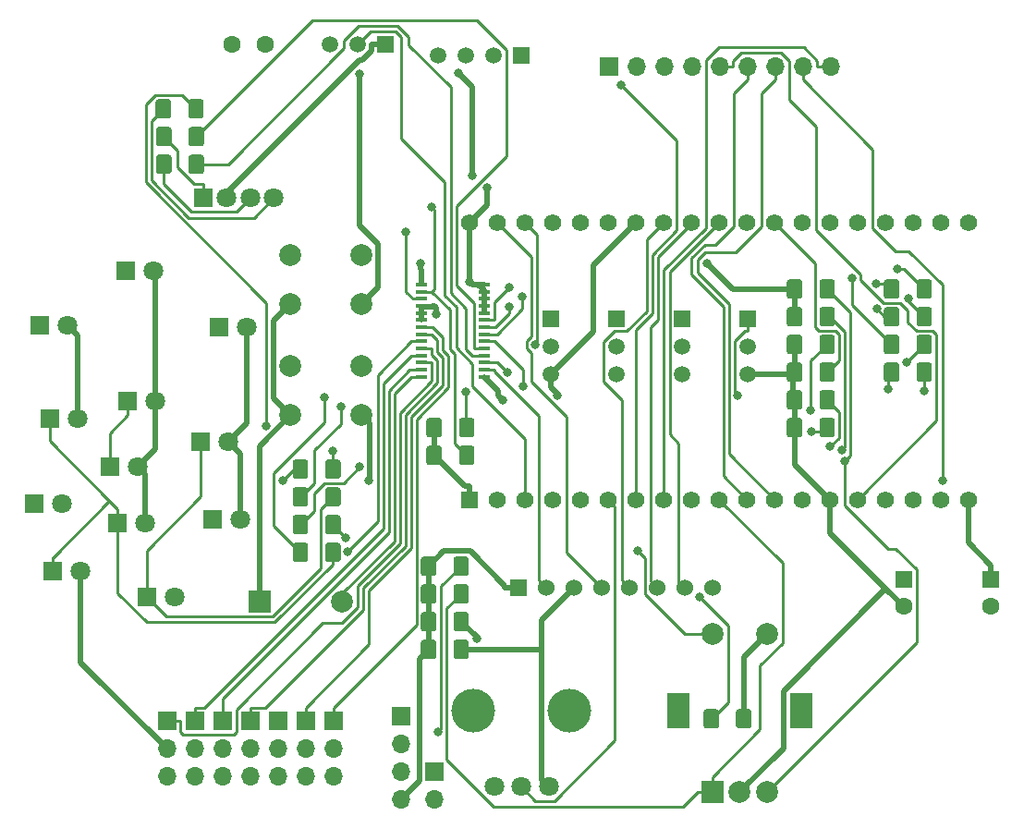
<source format=gbr>
G04 #@! TF.GenerationSoftware,KiCad,Pcbnew,(5.1.0)-1*
G04 #@! TF.CreationDate,2019-05-12T21:15:30+02:00*
G04 #@! TF.ProjectId,ESP32 dev board,45535033-3220-4646-9576-20626f617264,rev?*
G04 #@! TF.SameCoordinates,Original*
G04 #@! TF.FileFunction,Copper,L2,Bot*
G04 #@! TF.FilePolarity,Positive*
%FSLAX46Y46*%
G04 Gerber Fmt 4.6, Leading zero omitted, Abs format (unit mm)*
G04 Created by KiCad (PCBNEW (5.1.0)-1) date 2019-05-12 21:15:30*
%MOMM*%
%LPD*%
G04 APERTURE LIST*
%ADD10O,1.700000X1.700000*%
%ADD11R,1.700000X1.700000*%
%ADD12C,1.500000*%
%ADD13R,1.500000X1.500000*%
%ADD14R,1.100000X0.400000*%
%ADD15C,0.100000*%
%ADD16C,1.425000*%
%ADD17C,1.800000*%
%ADD18R,1.800000X1.800000*%
%ADD19C,1.560000*%
%ADD20R,1.560000X1.560000*%
%ADD21C,1.524000*%
%ADD22R,1.524000X1.524000*%
%ADD23C,1.600000*%
%ADD24R,1.600000X1.600000*%
%ADD25C,2.000000*%
%ADD26R,2.000000X2.000000*%
%ADD27C,4.000000*%
%ADD28R,2.000000X3.200000*%
%ADD29C,0.800000*%
%ADD30C,0.508000*%
%ADD31C,0.254000*%
G04 APERTURE END LIST*
D10*
X41000000Y-72120000D03*
X41000000Y-69580000D03*
X41000000Y-67040000D03*
D11*
X41000000Y-64500000D03*
D10*
X44000000Y-72120000D03*
D11*
X44000000Y-69580000D03*
D10*
X80320000Y-5000000D03*
X77780000Y-5000000D03*
X75240000Y-5000000D03*
X72700000Y-5000000D03*
X70160000Y-5000000D03*
X67620000Y-5000000D03*
X65080000Y-5000000D03*
X62540000Y-5000000D03*
D11*
X60000000Y-5000000D03*
D12*
X44380000Y-4000000D03*
X46920000Y-4000000D03*
X49460000Y-4000000D03*
D13*
X52000000Y-4000000D03*
D14*
X42870000Y-24985000D03*
X42870000Y-25635000D03*
X42870000Y-26285000D03*
X42870000Y-26935000D03*
X42870000Y-27585000D03*
X42870000Y-28235000D03*
X42870000Y-28885000D03*
X42870000Y-29535000D03*
X42870000Y-30185000D03*
X42870000Y-30835000D03*
X42870000Y-31485000D03*
X42870000Y-32135000D03*
X42870000Y-32785000D03*
X42870000Y-33435000D03*
X48570000Y-33435000D03*
X48570000Y-32785000D03*
X48570000Y-32135000D03*
X48570000Y-31485000D03*
X48570000Y-30835000D03*
X48570000Y-30185000D03*
X48570000Y-29535000D03*
X48570000Y-28885000D03*
X48570000Y-28235000D03*
X48570000Y-27585000D03*
X48570000Y-26935000D03*
X48570000Y-26285000D03*
X48570000Y-25635000D03*
X48570000Y-24985000D03*
D15*
G36*
X22672004Y-8016204D02*
G01*
X22696273Y-8019804D01*
X22720071Y-8025765D01*
X22743171Y-8034030D01*
X22765349Y-8044520D01*
X22786393Y-8057133D01*
X22806098Y-8071747D01*
X22824277Y-8088223D01*
X22840753Y-8106402D01*
X22855367Y-8126107D01*
X22867980Y-8147151D01*
X22878470Y-8169329D01*
X22886735Y-8192429D01*
X22892696Y-8216227D01*
X22896296Y-8240496D01*
X22897500Y-8265000D01*
X22897500Y-9515000D01*
X22896296Y-9539504D01*
X22892696Y-9563773D01*
X22886735Y-9587571D01*
X22878470Y-9610671D01*
X22867980Y-9632849D01*
X22855367Y-9653893D01*
X22840753Y-9673598D01*
X22824277Y-9691777D01*
X22806098Y-9708253D01*
X22786393Y-9722867D01*
X22765349Y-9735480D01*
X22743171Y-9745970D01*
X22720071Y-9754235D01*
X22696273Y-9760196D01*
X22672004Y-9763796D01*
X22647500Y-9765000D01*
X21722500Y-9765000D01*
X21697996Y-9763796D01*
X21673727Y-9760196D01*
X21649929Y-9754235D01*
X21626829Y-9745970D01*
X21604651Y-9735480D01*
X21583607Y-9722867D01*
X21563902Y-9708253D01*
X21545723Y-9691777D01*
X21529247Y-9673598D01*
X21514633Y-9653893D01*
X21502020Y-9632849D01*
X21491530Y-9610671D01*
X21483265Y-9587571D01*
X21477304Y-9563773D01*
X21473704Y-9539504D01*
X21472500Y-9515000D01*
X21472500Y-8265000D01*
X21473704Y-8240496D01*
X21477304Y-8216227D01*
X21483265Y-8192429D01*
X21491530Y-8169329D01*
X21502020Y-8147151D01*
X21514633Y-8126107D01*
X21529247Y-8106402D01*
X21545723Y-8088223D01*
X21563902Y-8071747D01*
X21583607Y-8057133D01*
X21604651Y-8044520D01*
X21626829Y-8034030D01*
X21649929Y-8025765D01*
X21673727Y-8019804D01*
X21697996Y-8016204D01*
X21722500Y-8015000D01*
X22647500Y-8015000D01*
X22672004Y-8016204D01*
X22672004Y-8016204D01*
G37*
D16*
X22185000Y-8890000D03*
D15*
G36*
X19697004Y-8016204D02*
G01*
X19721273Y-8019804D01*
X19745071Y-8025765D01*
X19768171Y-8034030D01*
X19790349Y-8044520D01*
X19811393Y-8057133D01*
X19831098Y-8071747D01*
X19849277Y-8088223D01*
X19865753Y-8106402D01*
X19880367Y-8126107D01*
X19892980Y-8147151D01*
X19903470Y-8169329D01*
X19911735Y-8192429D01*
X19917696Y-8216227D01*
X19921296Y-8240496D01*
X19922500Y-8265000D01*
X19922500Y-9515000D01*
X19921296Y-9539504D01*
X19917696Y-9563773D01*
X19911735Y-9587571D01*
X19903470Y-9610671D01*
X19892980Y-9632849D01*
X19880367Y-9653893D01*
X19865753Y-9673598D01*
X19849277Y-9691777D01*
X19831098Y-9708253D01*
X19811393Y-9722867D01*
X19790349Y-9735480D01*
X19768171Y-9745970D01*
X19745071Y-9754235D01*
X19721273Y-9760196D01*
X19697004Y-9763796D01*
X19672500Y-9765000D01*
X18747500Y-9765000D01*
X18722996Y-9763796D01*
X18698727Y-9760196D01*
X18674929Y-9754235D01*
X18651829Y-9745970D01*
X18629651Y-9735480D01*
X18608607Y-9722867D01*
X18588902Y-9708253D01*
X18570723Y-9691777D01*
X18554247Y-9673598D01*
X18539633Y-9653893D01*
X18527020Y-9632849D01*
X18516530Y-9610671D01*
X18508265Y-9587571D01*
X18502304Y-9563773D01*
X18498704Y-9539504D01*
X18497500Y-9515000D01*
X18497500Y-8265000D01*
X18498704Y-8240496D01*
X18502304Y-8216227D01*
X18508265Y-8192429D01*
X18516530Y-8169329D01*
X18527020Y-8147151D01*
X18539633Y-8126107D01*
X18554247Y-8106402D01*
X18570723Y-8088223D01*
X18588902Y-8071747D01*
X18608607Y-8057133D01*
X18629651Y-8044520D01*
X18651829Y-8034030D01*
X18674929Y-8025765D01*
X18698727Y-8019804D01*
X18722996Y-8016204D01*
X18747500Y-8015000D01*
X19672500Y-8015000D01*
X19697004Y-8016204D01*
X19697004Y-8016204D01*
G37*
D16*
X19210000Y-8890000D03*
D15*
G36*
X72867004Y-63896204D02*
G01*
X72891273Y-63899804D01*
X72915071Y-63905765D01*
X72938171Y-63914030D01*
X72960349Y-63924520D01*
X72981393Y-63937133D01*
X73001098Y-63951747D01*
X73019277Y-63968223D01*
X73035753Y-63986402D01*
X73050367Y-64006107D01*
X73062980Y-64027151D01*
X73073470Y-64049329D01*
X73081735Y-64072429D01*
X73087696Y-64096227D01*
X73091296Y-64120496D01*
X73092500Y-64145000D01*
X73092500Y-65395000D01*
X73091296Y-65419504D01*
X73087696Y-65443773D01*
X73081735Y-65467571D01*
X73073470Y-65490671D01*
X73062980Y-65512849D01*
X73050367Y-65533893D01*
X73035753Y-65553598D01*
X73019277Y-65571777D01*
X73001098Y-65588253D01*
X72981393Y-65602867D01*
X72960349Y-65615480D01*
X72938171Y-65625970D01*
X72915071Y-65634235D01*
X72891273Y-65640196D01*
X72867004Y-65643796D01*
X72842500Y-65645000D01*
X71917500Y-65645000D01*
X71892996Y-65643796D01*
X71868727Y-65640196D01*
X71844929Y-65634235D01*
X71821829Y-65625970D01*
X71799651Y-65615480D01*
X71778607Y-65602867D01*
X71758902Y-65588253D01*
X71740723Y-65571777D01*
X71724247Y-65553598D01*
X71709633Y-65533893D01*
X71697020Y-65512849D01*
X71686530Y-65490671D01*
X71678265Y-65467571D01*
X71672304Y-65443773D01*
X71668704Y-65419504D01*
X71667500Y-65395000D01*
X71667500Y-64145000D01*
X71668704Y-64120496D01*
X71672304Y-64096227D01*
X71678265Y-64072429D01*
X71686530Y-64049329D01*
X71697020Y-64027151D01*
X71709633Y-64006107D01*
X71724247Y-63986402D01*
X71740723Y-63968223D01*
X71758902Y-63951747D01*
X71778607Y-63937133D01*
X71799651Y-63924520D01*
X71821829Y-63914030D01*
X71844929Y-63905765D01*
X71868727Y-63899804D01*
X71892996Y-63896204D01*
X71917500Y-63895000D01*
X72842500Y-63895000D01*
X72867004Y-63896204D01*
X72867004Y-63896204D01*
G37*
D16*
X72380000Y-64770000D03*
D15*
G36*
X69892004Y-63896204D02*
G01*
X69916273Y-63899804D01*
X69940071Y-63905765D01*
X69963171Y-63914030D01*
X69985349Y-63924520D01*
X70006393Y-63937133D01*
X70026098Y-63951747D01*
X70044277Y-63968223D01*
X70060753Y-63986402D01*
X70075367Y-64006107D01*
X70087980Y-64027151D01*
X70098470Y-64049329D01*
X70106735Y-64072429D01*
X70112696Y-64096227D01*
X70116296Y-64120496D01*
X70117500Y-64145000D01*
X70117500Y-65395000D01*
X70116296Y-65419504D01*
X70112696Y-65443773D01*
X70106735Y-65467571D01*
X70098470Y-65490671D01*
X70087980Y-65512849D01*
X70075367Y-65533893D01*
X70060753Y-65553598D01*
X70044277Y-65571777D01*
X70026098Y-65588253D01*
X70006393Y-65602867D01*
X69985349Y-65615480D01*
X69963171Y-65625970D01*
X69940071Y-65634235D01*
X69916273Y-65640196D01*
X69892004Y-65643796D01*
X69867500Y-65645000D01*
X68942500Y-65645000D01*
X68917996Y-65643796D01*
X68893727Y-65640196D01*
X68869929Y-65634235D01*
X68846829Y-65625970D01*
X68824651Y-65615480D01*
X68803607Y-65602867D01*
X68783902Y-65588253D01*
X68765723Y-65571777D01*
X68749247Y-65553598D01*
X68734633Y-65533893D01*
X68722020Y-65512849D01*
X68711530Y-65490671D01*
X68703265Y-65467571D01*
X68697304Y-65443773D01*
X68693704Y-65419504D01*
X68692500Y-65395000D01*
X68692500Y-64145000D01*
X68693704Y-64120496D01*
X68697304Y-64096227D01*
X68703265Y-64072429D01*
X68711530Y-64049329D01*
X68722020Y-64027151D01*
X68734633Y-64006107D01*
X68749247Y-63986402D01*
X68765723Y-63968223D01*
X68783902Y-63951747D01*
X68803607Y-63937133D01*
X68824651Y-63924520D01*
X68846829Y-63914030D01*
X68869929Y-63905765D01*
X68893727Y-63899804D01*
X68917996Y-63896204D01*
X68942500Y-63895000D01*
X69867500Y-63895000D01*
X69892004Y-63896204D01*
X69892004Y-63896204D01*
G37*
D16*
X69405000Y-64770000D03*
D15*
G36*
X22697004Y-13096204D02*
G01*
X22721273Y-13099804D01*
X22745071Y-13105765D01*
X22768171Y-13114030D01*
X22790349Y-13124520D01*
X22811393Y-13137133D01*
X22831098Y-13151747D01*
X22849277Y-13168223D01*
X22865753Y-13186402D01*
X22880367Y-13206107D01*
X22892980Y-13227151D01*
X22903470Y-13249329D01*
X22911735Y-13272429D01*
X22917696Y-13296227D01*
X22921296Y-13320496D01*
X22922500Y-13345000D01*
X22922500Y-14595000D01*
X22921296Y-14619504D01*
X22917696Y-14643773D01*
X22911735Y-14667571D01*
X22903470Y-14690671D01*
X22892980Y-14712849D01*
X22880367Y-14733893D01*
X22865753Y-14753598D01*
X22849277Y-14771777D01*
X22831098Y-14788253D01*
X22811393Y-14802867D01*
X22790349Y-14815480D01*
X22768171Y-14825970D01*
X22745071Y-14834235D01*
X22721273Y-14840196D01*
X22697004Y-14843796D01*
X22672500Y-14845000D01*
X21747500Y-14845000D01*
X21722996Y-14843796D01*
X21698727Y-14840196D01*
X21674929Y-14834235D01*
X21651829Y-14825970D01*
X21629651Y-14815480D01*
X21608607Y-14802867D01*
X21588902Y-14788253D01*
X21570723Y-14771777D01*
X21554247Y-14753598D01*
X21539633Y-14733893D01*
X21527020Y-14712849D01*
X21516530Y-14690671D01*
X21508265Y-14667571D01*
X21502304Y-14643773D01*
X21498704Y-14619504D01*
X21497500Y-14595000D01*
X21497500Y-13345000D01*
X21498704Y-13320496D01*
X21502304Y-13296227D01*
X21508265Y-13272429D01*
X21516530Y-13249329D01*
X21527020Y-13227151D01*
X21539633Y-13206107D01*
X21554247Y-13186402D01*
X21570723Y-13168223D01*
X21588902Y-13151747D01*
X21608607Y-13137133D01*
X21629651Y-13124520D01*
X21651829Y-13114030D01*
X21674929Y-13105765D01*
X21698727Y-13099804D01*
X21722996Y-13096204D01*
X21747500Y-13095000D01*
X22672500Y-13095000D01*
X22697004Y-13096204D01*
X22697004Y-13096204D01*
G37*
D16*
X22210000Y-13970000D03*
D15*
G36*
X19722004Y-13096204D02*
G01*
X19746273Y-13099804D01*
X19770071Y-13105765D01*
X19793171Y-13114030D01*
X19815349Y-13124520D01*
X19836393Y-13137133D01*
X19856098Y-13151747D01*
X19874277Y-13168223D01*
X19890753Y-13186402D01*
X19905367Y-13206107D01*
X19917980Y-13227151D01*
X19928470Y-13249329D01*
X19936735Y-13272429D01*
X19942696Y-13296227D01*
X19946296Y-13320496D01*
X19947500Y-13345000D01*
X19947500Y-14595000D01*
X19946296Y-14619504D01*
X19942696Y-14643773D01*
X19936735Y-14667571D01*
X19928470Y-14690671D01*
X19917980Y-14712849D01*
X19905367Y-14733893D01*
X19890753Y-14753598D01*
X19874277Y-14771777D01*
X19856098Y-14788253D01*
X19836393Y-14802867D01*
X19815349Y-14815480D01*
X19793171Y-14825970D01*
X19770071Y-14834235D01*
X19746273Y-14840196D01*
X19722004Y-14843796D01*
X19697500Y-14845000D01*
X18772500Y-14845000D01*
X18747996Y-14843796D01*
X18723727Y-14840196D01*
X18699929Y-14834235D01*
X18676829Y-14825970D01*
X18654651Y-14815480D01*
X18633607Y-14802867D01*
X18613902Y-14788253D01*
X18595723Y-14771777D01*
X18579247Y-14753598D01*
X18564633Y-14733893D01*
X18552020Y-14712849D01*
X18541530Y-14690671D01*
X18533265Y-14667571D01*
X18527304Y-14643773D01*
X18523704Y-14619504D01*
X18522500Y-14595000D01*
X18522500Y-13345000D01*
X18523704Y-13320496D01*
X18527304Y-13296227D01*
X18533265Y-13272429D01*
X18541530Y-13249329D01*
X18552020Y-13227151D01*
X18564633Y-13206107D01*
X18579247Y-13186402D01*
X18595723Y-13168223D01*
X18613902Y-13151747D01*
X18633607Y-13137133D01*
X18654651Y-13124520D01*
X18676829Y-13114030D01*
X18699929Y-13105765D01*
X18723727Y-13099804D01*
X18747996Y-13096204D01*
X18772500Y-13095000D01*
X19697500Y-13095000D01*
X19722004Y-13096204D01*
X19722004Y-13096204D01*
G37*
D16*
X19235000Y-13970000D03*
D15*
G36*
X22697004Y-10556204D02*
G01*
X22721273Y-10559804D01*
X22745071Y-10565765D01*
X22768171Y-10574030D01*
X22790349Y-10584520D01*
X22811393Y-10597133D01*
X22831098Y-10611747D01*
X22849277Y-10628223D01*
X22865753Y-10646402D01*
X22880367Y-10666107D01*
X22892980Y-10687151D01*
X22903470Y-10709329D01*
X22911735Y-10732429D01*
X22917696Y-10756227D01*
X22921296Y-10780496D01*
X22922500Y-10805000D01*
X22922500Y-12055000D01*
X22921296Y-12079504D01*
X22917696Y-12103773D01*
X22911735Y-12127571D01*
X22903470Y-12150671D01*
X22892980Y-12172849D01*
X22880367Y-12193893D01*
X22865753Y-12213598D01*
X22849277Y-12231777D01*
X22831098Y-12248253D01*
X22811393Y-12262867D01*
X22790349Y-12275480D01*
X22768171Y-12285970D01*
X22745071Y-12294235D01*
X22721273Y-12300196D01*
X22697004Y-12303796D01*
X22672500Y-12305000D01*
X21747500Y-12305000D01*
X21722996Y-12303796D01*
X21698727Y-12300196D01*
X21674929Y-12294235D01*
X21651829Y-12285970D01*
X21629651Y-12275480D01*
X21608607Y-12262867D01*
X21588902Y-12248253D01*
X21570723Y-12231777D01*
X21554247Y-12213598D01*
X21539633Y-12193893D01*
X21527020Y-12172849D01*
X21516530Y-12150671D01*
X21508265Y-12127571D01*
X21502304Y-12103773D01*
X21498704Y-12079504D01*
X21497500Y-12055000D01*
X21497500Y-10805000D01*
X21498704Y-10780496D01*
X21502304Y-10756227D01*
X21508265Y-10732429D01*
X21516530Y-10709329D01*
X21527020Y-10687151D01*
X21539633Y-10666107D01*
X21554247Y-10646402D01*
X21570723Y-10628223D01*
X21588902Y-10611747D01*
X21608607Y-10597133D01*
X21629651Y-10584520D01*
X21651829Y-10574030D01*
X21674929Y-10565765D01*
X21698727Y-10559804D01*
X21722996Y-10556204D01*
X21747500Y-10555000D01*
X22672500Y-10555000D01*
X22697004Y-10556204D01*
X22697004Y-10556204D01*
G37*
D16*
X22210000Y-11430000D03*
D15*
G36*
X19722004Y-10556204D02*
G01*
X19746273Y-10559804D01*
X19770071Y-10565765D01*
X19793171Y-10574030D01*
X19815349Y-10584520D01*
X19836393Y-10597133D01*
X19856098Y-10611747D01*
X19874277Y-10628223D01*
X19890753Y-10646402D01*
X19905367Y-10666107D01*
X19917980Y-10687151D01*
X19928470Y-10709329D01*
X19936735Y-10732429D01*
X19942696Y-10756227D01*
X19946296Y-10780496D01*
X19947500Y-10805000D01*
X19947500Y-12055000D01*
X19946296Y-12079504D01*
X19942696Y-12103773D01*
X19936735Y-12127571D01*
X19928470Y-12150671D01*
X19917980Y-12172849D01*
X19905367Y-12193893D01*
X19890753Y-12213598D01*
X19874277Y-12231777D01*
X19856098Y-12248253D01*
X19836393Y-12262867D01*
X19815349Y-12275480D01*
X19793171Y-12285970D01*
X19770071Y-12294235D01*
X19746273Y-12300196D01*
X19722004Y-12303796D01*
X19697500Y-12305000D01*
X18772500Y-12305000D01*
X18747996Y-12303796D01*
X18723727Y-12300196D01*
X18699929Y-12294235D01*
X18676829Y-12285970D01*
X18654651Y-12275480D01*
X18633607Y-12262867D01*
X18613902Y-12248253D01*
X18595723Y-12231777D01*
X18579247Y-12213598D01*
X18564633Y-12193893D01*
X18552020Y-12172849D01*
X18541530Y-12150671D01*
X18533265Y-12127571D01*
X18527304Y-12103773D01*
X18523704Y-12079504D01*
X18522500Y-12055000D01*
X18522500Y-10805000D01*
X18523704Y-10780496D01*
X18527304Y-10756227D01*
X18533265Y-10732429D01*
X18541530Y-10709329D01*
X18552020Y-10687151D01*
X18564633Y-10666107D01*
X18579247Y-10646402D01*
X18595723Y-10628223D01*
X18613902Y-10611747D01*
X18633607Y-10597133D01*
X18654651Y-10584520D01*
X18676829Y-10574030D01*
X18699929Y-10565765D01*
X18723727Y-10559804D01*
X18747996Y-10556204D01*
X18772500Y-10555000D01*
X19697500Y-10555000D01*
X19722004Y-10556204D01*
X19722004Y-10556204D01*
G37*
D16*
X19235000Y-11430000D03*
D15*
G36*
X47477004Y-37226204D02*
G01*
X47501273Y-37229804D01*
X47525071Y-37235765D01*
X47548171Y-37244030D01*
X47570349Y-37254520D01*
X47591393Y-37267133D01*
X47611098Y-37281747D01*
X47629277Y-37298223D01*
X47645753Y-37316402D01*
X47660367Y-37336107D01*
X47672980Y-37357151D01*
X47683470Y-37379329D01*
X47691735Y-37402429D01*
X47697696Y-37426227D01*
X47701296Y-37450496D01*
X47702500Y-37475000D01*
X47702500Y-38725000D01*
X47701296Y-38749504D01*
X47697696Y-38773773D01*
X47691735Y-38797571D01*
X47683470Y-38820671D01*
X47672980Y-38842849D01*
X47660367Y-38863893D01*
X47645753Y-38883598D01*
X47629277Y-38901777D01*
X47611098Y-38918253D01*
X47591393Y-38932867D01*
X47570349Y-38945480D01*
X47548171Y-38955970D01*
X47525071Y-38964235D01*
X47501273Y-38970196D01*
X47477004Y-38973796D01*
X47452500Y-38975000D01*
X46527500Y-38975000D01*
X46502996Y-38973796D01*
X46478727Y-38970196D01*
X46454929Y-38964235D01*
X46431829Y-38955970D01*
X46409651Y-38945480D01*
X46388607Y-38932867D01*
X46368902Y-38918253D01*
X46350723Y-38901777D01*
X46334247Y-38883598D01*
X46319633Y-38863893D01*
X46307020Y-38842849D01*
X46296530Y-38820671D01*
X46288265Y-38797571D01*
X46282304Y-38773773D01*
X46278704Y-38749504D01*
X46277500Y-38725000D01*
X46277500Y-37475000D01*
X46278704Y-37450496D01*
X46282304Y-37426227D01*
X46288265Y-37402429D01*
X46296530Y-37379329D01*
X46307020Y-37357151D01*
X46319633Y-37336107D01*
X46334247Y-37316402D01*
X46350723Y-37298223D01*
X46368902Y-37281747D01*
X46388607Y-37267133D01*
X46409651Y-37254520D01*
X46431829Y-37244030D01*
X46454929Y-37235765D01*
X46478727Y-37229804D01*
X46502996Y-37226204D01*
X46527500Y-37225000D01*
X47452500Y-37225000D01*
X47477004Y-37226204D01*
X47477004Y-37226204D01*
G37*
D16*
X46990000Y-38100000D03*
D15*
G36*
X44502004Y-37226204D02*
G01*
X44526273Y-37229804D01*
X44550071Y-37235765D01*
X44573171Y-37244030D01*
X44595349Y-37254520D01*
X44616393Y-37267133D01*
X44636098Y-37281747D01*
X44654277Y-37298223D01*
X44670753Y-37316402D01*
X44685367Y-37336107D01*
X44697980Y-37357151D01*
X44708470Y-37379329D01*
X44716735Y-37402429D01*
X44722696Y-37426227D01*
X44726296Y-37450496D01*
X44727500Y-37475000D01*
X44727500Y-38725000D01*
X44726296Y-38749504D01*
X44722696Y-38773773D01*
X44716735Y-38797571D01*
X44708470Y-38820671D01*
X44697980Y-38842849D01*
X44685367Y-38863893D01*
X44670753Y-38883598D01*
X44654277Y-38901777D01*
X44636098Y-38918253D01*
X44616393Y-38932867D01*
X44595349Y-38945480D01*
X44573171Y-38955970D01*
X44550071Y-38964235D01*
X44526273Y-38970196D01*
X44502004Y-38973796D01*
X44477500Y-38975000D01*
X43552500Y-38975000D01*
X43527996Y-38973796D01*
X43503727Y-38970196D01*
X43479929Y-38964235D01*
X43456829Y-38955970D01*
X43434651Y-38945480D01*
X43413607Y-38932867D01*
X43393902Y-38918253D01*
X43375723Y-38901777D01*
X43359247Y-38883598D01*
X43344633Y-38863893D01*
X43332020Y-38842849D01*
X43321530Y-38820671D01*
X43313265Y-38797571D01*
X43307304Y-38773773D01*
X43303704Y-38749504D01*
X43302500Y-38725000D01*
X43302500Y-37475000D01*
X43303704Y-37450496D01*
X43307304Y-37426227D01*
X43313265Y-37402429D01*
X43321530Y-37379329D01*
X43332020Y-37357151D01*
X43344633Y-37336107D01*
X43359247Y-37316402D01*
X43375723Y-37298223D01*
X43393902Y-37281747D01*
X43413607Y-37267133D01*
X43434651Y-37254520D01*
X43456829Y-37244030D01*
X43479929Y-37235765D01*
X43503727Y-37229804D01*
X43527996Y-37226204D01*
X43552500Y-37225000D01*
X44477500Y-37225000D01*
X44502004Y-37226204D01*
X44502004Y-37226204D01*
G37*
D16*
X44015000Y-38100000D03*
D15*
G36*
X47477004Y-39766204D02*
G01*
X47501273Y-39769804D01*
X47525071Y-39775765D01*
X47548171Y-39784030D01*
X47570349Y-39794520D01*
X47591393Y-39807133D01*
X47611098Y-39821747D01*
X47629277Y-39838223D01*
X47645753Y-39856402D01*
X47660367Y-39876107D01*
X47672980Y-39897151D01*
X47683470Y-39919329D01*
X47691735Y-39942429D01*
X47697696Y-39966227D01*
X47701296Y-39990496D01*
X47702500Y-40015000D01*
X47702500Y-41265000D01*
X47701296Y-41289504D01*
X47697696Y-41313773D01*
X47691735Y-41337571D01*
X47683470Y-41360671D01*
X47672980Y-41382849D01*
X47660367Y-41403893D01*
X47645753Y-41423598D01*
X47629277Y-41441777D01*
X47611098Y-41458253D01*
X47591393Y-41472867D01*
X47570349Y-41485480D01*
X47548171Y-41495970D01*
X47525071Y-41504235D01*
X47501273Y-41510196D01*
X47477004Y-41513796D01*
X47452500Y-41515000D01*
X46527500Y-41515000D01*
X46502996Y-41513796D01*
X46478727Y-41510196D01*
X46454929Y-41504235D01*
X46431829Y-41495970D01*
X46409651Y-41485480D01*
X46388607Y-41472867D01*
X46368902Y-41458253D01*
X46350723Y-41441777D01*
X46334247Y-41423598D01*
X46319633Y-41403893D01*
X46307020Y-41382849D01*
X46296530Y-41360671D01*
X46288265Y-41337571D01*
X46282304Y-41313773D01*
X46278704Y-41289504D01*
X46277500Y-41265000D01*
X46277500Y-40015000D01*
X46278704Y-39990496D01*
X46282304Y-39966227D01*
X46288265Y-39942429D01*
X46296530Y-39919329D01*
X46307020Y-39897151D01*
X46319633Y-39876107D01*
X46334247Y-39856402D01*
X46350723Y-39838223D01*
X46368902Y-39821747D01*
X46388607Y-39807133D01*
X46409651Y-39794520D01*
X46431829Y-39784030D01*
X46454929Y-39775765D01*
X46478727Y-39769804D01*
X46502996Y-39766204D01*
X46527500Y-39765000D01*
X47452500Y-39765000D01*
X47477004Y-39766204D01*
X47477004Y-39766204D01*
G37*
D16*
X46990000Y-40640000D03*
D15*
G36*
X44502004Y-39766204D02*
G01*
X44526273Y-39769804D01*
X44550071Y-39775765D01*
X44573171Y-39784030D01*
X44595349Y-39794520D01*
X44616393Y-39807133D01*
X44636098Y-39821747D01*
X44654277Y-39838223D01*
X44670753Y-39856402D01*
X44685367Y-39876107D01*
X44697980Y-39897151D01*
X44708470Y-39919329D01*
X44716735Y-39942429D01*
X44722696Y-39966227D01*
X44726296Y-39990496D01*
X44727500Y-40015000D01*
X44727500Y-41265000D01*
X44726296Y-41289504D01*
X44722696Y-41313773D01*
X44716735Y-41337571D01*
X44708470Y-41360671D01*
X44697980Y-41382849D01*
X44685367Y-41403893D01*
X44670753Y-41423598D01*
X44654277Y-41441777D01*
X44636098Y-41458253D01*
X44616393Y-41472867D01*
X44595349Y-41485480D01*
X44573171Y-41495970D01*
X44550071Y-41504235D01*
X44526273Y-41510196D01*
X44502004Y-41513796D01*
X44477500Y-41515000D01*
X43552500Y-41515000D01*
X43527996Y-41513796D01*
X43503727Y-41510196D01*
X43479929Y-41504235D01*
X43456829Y-41495970D01*
X43434651Y-41485480D01*
X43413607Y-41472867D01*
X43393902Y-41458253D01*
X43375723Y-41441777D01*
X43359247Y-41423598D01*
X43344633Y-41403893D01*
X43332020Y-41382849D01*
X43321530Y-41360671D01*
X43313265Y-41337571D01*
X43307304Y-41313773D01*
X43303704Y-41289504D01*
X43302500Y-41265000D01*
X43302500Y-40015000D01*
X43303704Y-39990496D01*
X43307304Y-39966227D01*
X43313265Y-39942429D01*
X43321530Y-39919329D01*
X43332020Y-39897151D01*
X43344633Y-39876107D01*
X43359247Y-39856402D01*
X43375723Y-39838223D01*
X43393902Y-39821747D01*
X43413607Y-39807133D01*
X43434651Y-39794520D01*
X43456829Y-39784030D01*
X43479929Y-39775765D01*
X43503727Y-39769804D01*
X43527996Y-39766204D01*
X43552500Y-39765000D01*
X44477500Y-39765000D01*
X44502004Y-39766204D01*
X44502004Y-39766204D01*
G37*
D16*
X44015000Y-40640000D03*
D15*
G36*
X32237004Y-46116204D02*
G01*
X32261273Y-46119804D01*
X32285071Y-46125765D01*
X32308171Y-46134030D01*
X32330349Y-46144520D01*
X32351393Y-46157133D01*
X32371098Y-46171747D01*
X32389277Y-46188223D01*
X32405753Y-46206402D01*
X32420367Y-46226107D01*
X32432980Y-46247151D01*
X32443470Y-46269329D01*
X32451735Y-46292429D01*
X32457696Y-46316227D01*
X32461296Y-46340496D01*
X32462500Y-46365000D01*
X32462500Y-47615000D01*
X32461296Y-47639504D01*
X32457696Y-47663773D01*
X32451735Y-47687571D01*
X32443470Y-47710671D01*
X32432980Y-47732849D01*
X32420367Y-47753893D01*
X32405753Y-47773598D01*
X32389277Y-47791777D01*
X32371098Y-47808253D01*
X32351393Y-47822867D01*
X32330349Y-47835480D01*
X32308171Y-47845970D01*
X32285071Y-47854235D01*
X32261273Y-47860196D01*
X32237004Y-47863796D01*
X32212500Y-47865000D01*
X31287500Y-47865000D01*
X31262996Y-47863796D01*
X31238727Y-47860196D01*
X31214929Y-47854235D01*
X31191829Y-47845970D01*
X31169651Y-47835480D01*
X31148607Y-47822867D01*
X31128902Y-47808253D01*
X31110723Y-47791777D01*
X31094247Y-47773598D01*
X31079633Y-47753893D01*
X31067020Y-47732849D01*
X31056530Y-47710671D01*
X31048265Y-47687571D01*
X31042304Y-47663773D01*
X31038704Y-47639504D01*
X31037500Y-47615000D01*
X31037500Y-46365000D01*
X31038704Y-46340496D01*
X31042304Y-46316227D01*
X31048265Y-46292429D01*
X31056530Y-46269329D01*
X31067020Y-46247151D01*
X31079633Y-46226107D01*
X31094247Y-46206402D01*
X31110723Y-46188223D01*
X31128902Y-46171747D01*
X31148607Y-46157133D01*
X31169651Y-46144520D01*
X31191829Y-46134030D01*
X31214929Y-46125765D01*
X31238727Y-46119804D01*
X31262996Y-46116204D01*
X31287500Y-46115000D01*
X32212500Y-46115000D01*
X32237004Y-46116204D01*
X32237004Y-46116204D01*
G37*
D16*
X31750000Y-46990000D03*
D15*
G36*
X35212004Y-46116204D02*
G01*
X35236273Y-46119804D01*
X35260071Y-46125765D01*
X35283171Y-46134030D01*
X35305349Y-46144520D01*
X35326393Y-46157133D01*
X35346098Y-46171747D01*
X35364277Y-46188223D01*
X35380753Y-46206402D01*
X35395367Y-46226107D01*
X35407980Y-46247151D01*
X35418470Y-46269329D01*
X35426735Y-46292429D01*
X35432696Y-46316227D01*
X35436296Y-46340496D01*
X35437500Y-46365000D01*
X35437500Y-47615000D01*
X35436296Y-47639504D01*
X35432696Y-47663773D01*
X35426735Y-47687571D01*
X35418470Y-47710671D01*
X35407980Y-47732849D01*
X35395367Y-47753893D01*
X35380753Y-47773598D01*
X35364277Y-47791777D01*
X35346098Y-47808253D01*
X35326393Y-47822867D01*
X35305349Y-47835480D01*
X35283171Y-47845970D01*
X35260071Y-47854235D01*
X35236273Y-47860196D01*
X35212004Y-47863796D01*
X35187500Y-47865000D01*
X34262500Y-47865000D01*
X34237996Y-47863796D01*
X34213727Y-47860196D01*
X34189929Y-47854235D01*
X34166829Y-47845970D01*
X34144651Y-47835480D01*
X34123607Y-47822867D01*
X34103902Y-47808253D01*
X34085723Y-47791777D01*
X34069247Y-47773598D01*
X34054633Y-47753893D01*
X34042020Y-47732849D01*
X34031530Y-47710671D01*
X34023265Y-47687571D01*
X34017304Y-47663773D01*
X34013704Y-47639504D01*
X34012500Y-47615000D01*
X34012500Y-46365000D01*
X34013704Y-46340496D01*
X34017304Y-46316227D01*
X34023265Y-46292429D01*
X34031530Y-46269329D01*
X34042020Y-46247151D01*
X34054633Y-46226107D01*
X34069247Y-46206402D01*
X34085723Y-46188223D01*
X34103902Y-46171747D01*
X34123607Y-46157133D01*
X34144651Y-46144520D01*
X34166829Y-46134030D01*
X34189929Y-46125765D01*
X34213727Y-46119804D01*
X34237996Y-46116204D01*
X34262500Y-46115000D01*
X35187500Y-46115000D01*
X35212004Y-46116204D01*
X35212004Y-46116204D01*
G37*
D16*
X34725000Y-46990000D03*
D15*
G36*
X32237004Y-48656204D02*
G01*
X32261273Y-48659804D01*
X32285071Y-48665765D01*
X32308171Y-48674030D01*
X32330349Y-48684520D01*
X32351393Y-48697133D01*
X32371098Y-48711747D01*
X32389277Y-48728223D01*
X32405753Y-48746402D01*
X32420367Y-48766107D01*
X32432980Y-48787151D01*
X32443470Y-48809329D01*
X32451735Y-48832429D01*
X32457696Y-48856227D01*
X32461296Y-48880496D01*
X32462500Y-48905000D01*
X32462500Y-50155000D01*
X32461296Y-50179504D01*
X32457696Y-50203773D01*
X32451735Y-50227571D01*
X32443470Y-50250671D01*
X32432980Y-50272849D01*
X32420367Y-50293893D01*
X32405753Y-50313598D01*
X32389277Y-50331777D01*
X32371098Y-50348253D01*
X32351393Y-50362867D01*
X32330349Y-50375480D01*
X32308171Y-50385970D01*
X32285071Y-50394235D01*
X32261273Y-50400196D01*
X32237004Y-50403796D01*
X32212500Y-50405000D01*
X31287500Y-50405000D01*
X31262996Y-50403796D01*
X31238727Y-50400196D01*
X31214929Y-50394235D01*
X31191829Y-50385970D01*
X31169651Y-50375480D01*
X31148607Y-50362867D01*
X31128902Y-50348253D01*
X31110723Y-50331777D01*
X31094247Y-50313598D01*
X31079633Y-50293893D01*
X31067020Y-50272849D01*
X31056530Y-50250671D01*
X31048265Y-50227571D01*
X31042304Y-50203773D01*
X31038704Y-50179504D01*
X31037500Y-50155000D01*
X31037500Y-48905000D01*
X31038704Y-48880496D01*
X31042304Y-48856227D01*
X31048265Y-48832429D01*
X31056530Y-48809329D01*
X31067020Y-48787151D01*
X31079633Y-48766107D01*
X31094247Y-48746402D01*
X31110723Y-48728223D01*
X31128902Y-48711747D01*
X31148607Y-48697133D01*
X31169651Y-48684520D01*
X31191829Y-48674030D01*
X31214929Y-48665765D01*
X31238727Y-48659804D01*
X31262996Y-48656204D01*
X31287500Y-48655000D01*
X32212500Y-48655000D01*
X32237004Y-48656204D01*
X32237004Y-48656204D01*
G37*
D16*
X31750000Y-49530000D03*
D15*
G36*
X35212004Y-48656204D02*
G01*
X35236273Y-48659804D01*
X35260071Y-48665765D01*
X35283171Y-48674030D01*
X35305349Y-48684520D01*
X35326393Y-48697133D01*
X35346098Y-48711747D01*
X35364277Y-48728223D01*
X35380753Y-48746402D01*
X35395367Y-48766107D01*
X35407980Y-48787151D01*
X35418470Y-48809329D01*
X35426735Y-48832429D01*
X35432696Y-48856227D01*
X35436296Y-48880496D01*
X35437500Y-48905000D01*
X35437500Y-50155000D01*
X35436296Y-50179504D01*
X35432696Y-50203773D01*
X35426735Y-50227571D01*
X35418470Y-50250671D01*
X35407980Y-50272849D01*
X35395367Y-50293893D01*
X35380753Y-50313598D01*
X35364277Y-50331777D01*
X35346098Y-50348253D01*
X35326393Y-50362867D01*
X35305349Y-50375480D01*
X35283171Y-50385970D01*
X35260071Y-50394235D01*
X35236273Y-50400196D01*
X35212004Y-50403796D01*
X35187500Y-50405000D01*
X34262500Y-50405000D01*
X34237996Y-50403796D01*
X34213727Y-50400196D01*
X34189929Y-50394235D01*
X34166829Y-50385970D01*
X34144651Y-50375480D01*
X34123607Y-50362867D01*
X34103902Y-50348253D01*
X34085723Y-50331777D01*
X34069247Y-50313598D01*
X34054633Y-50293893D01*
X34042020Y-50272849D01*
X34031530Y-50250671D01*
X34023265Y-50227571D01*
X34017304Y-50203773D01*
X34013704Y-50179504D01*
X34012500Y-50155000D01*
X34012500Y-48905000D01*
X34013704Y-48880496D01*
X34017304Y-48856227D01*
X34023265Y-48832429D01*
X34031530Y-48809329D01*
X34042020Y-48787151D01*
X34054633Y-48766107D01*
X34069247Y-48746402D01*
X34085723Y-48728223D01*
X34103902Y-48711747D01*
X34123607Y-48697133D01*
X34144651Y-48684520D01*
X34166829Y-48674030D01*
X34189929Y-48665765D01*
X34213727Y-48659804D01*
X34237996Y-48656204D01*
X34262500Y-48655000D01*
X35187500Y-48655000D01*
X35212004Y-48656204D01*
X35212004Y-48656204D01*
G37*
D16*
X34725000Y-49530000D03*
D15*
G36*
X35212004Y-41036204D02*
G01*
X35236273Y-41039804D01*
X35260071Y-41045765D01*
X35283171Y-41054030D01*
X35305349Y-41064520D01*
X35326393Y-41077133D01*
X35346098Y-41091747D01*
X35364277Y-41108223D01*
X35380753Y-41126402D01*
X35395367Y-41146107D01*
X35407980Y-41167151D01*
X35418470Y-41189329D01*
X35426735Y-41212429D01*
X35432696Y-41236227D01*
X35436296Y-41260496D01*
X35437500Y-41285000D01*
X35437500Y-42535000D01*
X35436296Y-42559504D01*
X35432696Y-42583773D01*
X35426735Y-42607571D01*
X35418470Y-42630671D01*
X35407980Y-42652849D01*
X35395367Y-42673893D01*
X35380753Y-42693598D01*
X35364277Y-42711777D01*
X35346098Y-42728253D01*
X35326393Y-42742867D01*
X35305349Y-42755480D01*
X35283171Y-42765970D01*
X35260071Y-42774235D01*
X35236273Y-42780196D01*
X35212004Y-42783796D01*
X35187500Y-42785000D01*
X34262500Y-42785000D01*
X34237996Y-42783796D01*
X34213727Y-42780196D01*
X34189929Y-42774235D01*
X34166829Y-42765970D01*
X34144651Y-42755480D01*
X34123607Y-42742867D01*
X34103902Y-42728253D01*
X34085723Y-42711777D01*
X34069247Y-42693598D01*
X34054633Y-42673893D01*
X34042020Y-42652849D01*
X34031530Y-42630671D01*
X34023265Y-42607571D01*
X34017304Y-42583773D01*
X34013704Y-42559504D01*
X34012500Y-42535000D01*
X34012500Y-41285000D01*
X34013704Y-41260496D01*
X34017304Y-41236227D01*
X34023265Y-41212429D01*
X34031530Y-41189329D01*
X34042020Y-41167151D01*
X34054633Y-41146107D01*
X34069247Y-41126402D01*
X34085723Y-41108223D01*
X34103902Y-41091747D01*
X34123607Y-41077133D01*
X34144651Y-41064520D01*
X34166829Y-41054030D01*
X34189929Y-41045765D01*
X34213727Y-41039804D01*
X34237996Y-41036204D01*
X34262500Y-41035000D01*
X35187500Y-41035000D01*
X35212004Y-41036204D01*
X35212004Y-41036204D01*
G37*
D16*
X34725000Y-41910000D03*
D15*
G36*
X32237004Y-41036204D02*
G01*
X32261273Y-41039804D01*
X32285071Y-41045765D01*
X32308171Y-41054030D01*
X32330349Y-41064520D01*
X32351393Y-41077133D01*
X32371098Y-41091747D01*
X32389277Y-41108223D01*
X32405753Y-41126402D01*
X32420367Y-41146107D01*
X32432980Y-41167151D01*
X32443470Y-41189329D01*
X32451735Y-41212429D01*
X32457696Y-41236227D01*
X32461296Y-41260496D01*
X32462500Y-41285000D01*
X32462500Y-42535000D01*
X32461296Y-42559504D01*
X32457696Y-42583773D01*
X32451735Y-42607571D01*
X32443470Y-42630671D01*
X32432980Y-42652849D01*
X32420367Y-42673893D01*
X32405753Y-42693598D01*
X32389277Y-42711777D01*
X32371098Y-42728253D01*
X32351393Y-42742867D01*
X32330349Y-42755480D01*
X32308171Y-42765970D01*
X32285071Y-42774235D01*
X32261273Y-42780196D01*
X32237004Y-42783796D01*
X32212500Y-42785000D01*
X31287500Y-42785000D01*
X31262996Y-42783796D01*
X31238727Y-42780196D01*
X31214929Y-42774235D01*
X31191829Y-42765970D01*
X31169651Y-42755480D01*
X31148607Y-42742867D01*
X31128902Y-42728253D01*
X31110723Y-42711777D01*
X31094247Y-42693598D01*
X31079633Y-42673893D01*
X31067020Y-42652849D01*
X31056530Y-42630671D01*
X31048265Y-42607571D01*
X31042304Y-42583773D01*
X31038704Y-42559504D01*
X31037500Y-42535000D01*
X31037500Y-41285000D01*
X31038704Y-41260496D01*
X31042304Y-41236227D01*
X31048265Y-41212429D01*
X31056530Y-41189329D01*
X31067020Y-41167151D01*
X31079633Y-41146107D01*
X31094247Y-41126402D01*
X31110723Y-41108223D01*
X31128902Y-41091747D01*
X31148607Y-41077133D01*
X31169651Y-41064520D01*
X31191829Y-41054030D01*
X31214929Y-41045765D01*
X31238727Y-41039804D01*
X31262996Y-41036204D01*
X31287500Y-41035000D01*
X32212500Y-41035000D01*
X32237004Y-41036204D01*
X32237004Y-41036204D01*
G37*
D16*
X31750000Y-41910000D03*
D15*
G36*
X32237004Y-43576204D02*
G01*
X32261273Y-43579804D01*
X32285071Y-43585765D01*
X32308171Y-43594030D01*
X32330349Y-43604520D01*
X32351393Y-43617133D01*
X32371098Y-43631747D01*
X32389277Y-43648223D01*
X32405753Y-43666402D01*
X32420367Y-43686107D01*
X32432980Y-43707151D01*
X32443470Y-43729329D01*
X32451735Y-43752429D01*
X32457696Y-43776227D01*
X32461296Y-43800496D01*
X32462500Y-43825000D01*
X32462500Y-45075000D01*
X32461296Y-45099504D01*
X32457696Y-45123773D01*
X32451735Y-45147571D01*
X32443470Y-45170671D01*
X32432980Y-45192849D01*
X32420367Y-45213893D01*
X32405753Y-45233598D01*
X32389277Y-45251777D01*
X32371098Y-45268253D01*
X32351393Y-45282867D01*
X32330349Y-45295480D01*
X32308171Y-45305970D01*
X32285071Y-45314235D01*
X32261273Y-45320196D01*
X32237004Y-45323796D01*
X32212500Y-45325000D01*
X31287500Y-45325000D01*
X31262996Y-45323796D01*
X31238727Y-45320196D01*
X31214929Y-45314235D01*
X31191829Y-45305970D01*
X31169651Y-45295480D01*
X31148607Y-45282867D01*
X31128902Y-45268253D01*
X31110723Y-45251777D01*
X31094247Y-45233598D01*
X31079633Y-45213893D01*
X31067020Y-45192849D01*
X31056530Y-45170671D01*
X31048265Y-45147571D01*
X31042304Y-45123773D01*
X31038704Y-45099504D01*
X31037500Y-45075000D01*
X31037500Y-43825000D01*
X31038704Y-43800496D01*
X31042304Y-43776227D01*
X31048265Y-43752429D01*
X31056530Y-43729329D01*
X31067020Y-43707151D01*
X31079633Y-43686107D01*
X31094247Y-43666402D01*
X31110723Y-43648223D01*
X31128902Y-43631747D01*
X31148607Y-43617133D01*
X31169651Y-43604520D01*
X31191829Y-43594030D01*
X31214929Y-43585765D01*
X31238727Y-43579804D01*
X31262996Y-43576204D01*
X31287500Y-43575000D01*
X32212500Y-43575000D01*
X32237004Y-43576204D01*
X32237004Y-43576204D01*
G37*
D16*
X31750000Y-44450000D03*
D15*
G36*
X35212004Y-43576204D02*
G01*
X35236273Y-43579804D01*
X35260071Y-43585765D01*
X35283171Y-43594030D01*
X35305349Y-43604520D01*
X35326393Y-43617133D01*
X35346098Y-43631747D01*
X35364277Y-43648223D01*
X35380753Y-43666402D01*
X35395367Y-43686107D01*
X35407980Y-43707151D01*
X35418470Y-43729329D01*
X35426735Y-43752429D01*
X35432696Y-43776227D01*
X35436296Y-43800496D01*
X35437500Y-43825000D01*
X35437500Y-45075000D01*
X35436296Y-45099504D01*
X35432696Y-45123773D01*
X35426735Y-45147571D01*
X35418470Y-45170671D01*
X35407980Y-45192849D01*
X35395367Y-45213893D01*
X35380753Y-45233598D01*
X35364277Y-45251777D01*
X35346098Y-45268253D01*
X35326393Y-45282867D01*
X35305349Y-45295480D01*
X35283171Y-45305970D01*
X35260071Y-45314235D01*
X35236273Y-45320196D01*
X35212004Y-45323796D01*
X35187500Y-45325000D01*
X34262500Y-45325000D01*
X34237996Y-45323796D01*
X34213727Y-45320196D01*
X34189929Y-45314235D01*
X34166829Y-45305970D01*
X34144651Y-45295480D01*
X34123607Y-45282867D01*
X34103902Y-45268253D01*
X34085723Y-45251777D01*
X34069247Y-45233598D01*
X34054633Y-45213893D01*
X34042020Y-45192849D01*
X34031530Y-45170671D01*
X34023265Y-45147571D01*
X34017304Y-45123773D01*
X34013704Y-45099504D01*
X34012500Y-45075000D01*
X34012500Y-43825000D01*
X34013704Y-43800496D01*
X34017304Y-43776227D01*
X34023265Y-43752429D01*
X34031530Y-43729329D01*
X34042020Y-43707151D01*
X34054633Y-43686107D01*
X34069247Y-43666402D01*
X34085723Y-43648223D01*
X34103902Y-43631747D01*
X34123607Y-43617133D01*
X34144651Y-43604520D01*
X34166829Y-43594030D01*
X34189929Y-43585765D01*
X34213727Y-43579804D01*
X34237996Y-43576204D01*
X34262500Y-43575000D01*
X35187500Y-43575000D01*
X35212004Y-43576204D01*
X35212004Y-43576204D01*
G37*
D16*
X34725000Y-44450000D03*
D15*
G36*
X86412004Y-27066204D02*
G01*
X86436273Y-27069804D01*
X86460071Y-27075765D01*
X86483171Y-27084030D01*
X86505349Y-27094520D01*
X86526393Y-27107133D01*
X86546098Y-27121747D01*
X86564277Y-27138223D01*
X86580753Y-27156402D01*
X86595367Y-27176107D01*
X86607980Y-27197151D01*
X86618470Y-27219329D01*
X86626735Y-27242429D01*
X86632696Y-27266227D01*
X86636296Y-27290496D01*
X86637500Y-27315000D01*
X86637500Y-28565000D01*
X86636296Y-28589504D01*
X86632696Y-28613773D01*
X86626735Y-28637571D01*
X86618470Y-28660671D01*
X86607980Y-28682849D01*
X86595367Y-28703893D01*
X86580753Y-28723598D01*
X86564277Y-28741777D01*
X86546098Y-28758253D01*
X86526393Y-28772867D01*
X86505349Y-28785480D01*
X86483171Y-28795970D01*
X86460071Y-28804235D01*
X86436273Y-28810196D01*
X86412004Y-28813796D01*
X86387500Y-28815000D01*
X85462500Y-28815000D01*
X85437996Y-28813796D01*
X85413727Y-28810196D01*
X85389929Y-28804235D01*
X85366829Y-28795970D01*
X85344651Y-28785480D01*
X85323607Y-28772867D01*
X85303902Y-28758253D01*
X85285723Y-28741777D01*
X85269247Y-28723598D01*
X85254633Y-28703893D01*
X85242020Y-28682849D01*
X85231530Y-28660671D01*
X85223265Y-28637571D01*
X85217304Y-28613773D01*
X85213704Y-28589504D01*
X85212500Y-28565000D01*
X85212500Y-27315000D01*
X85213704Y-27290496D01*
X85217304Y-27266227D01*
X85223265Y-27242429D01*
X85231530Y-27219329D01*
X85242020Y-27197151D01*
X85254633Y-27176107D01*
X85269247Y-27156402D01*
X85285723Y-27138223D01*
X85303902Y-27121747D01*
X85323607Y-27107133D01*
X85344651Y-27094520D01*
X85366829Y-27084030D01*
X85389929Y-27075765D01*
X85413727Y-27069804D01*
X85437996Y-27066204D01*
X85462500Y-27065000D01*
X86387500Y-27065000D01*
X86412004Y-27066204D01*
X86412004Y-27066204D01*
G37*
D16*
X85925000Y-27940000D03*
D15*
G36*
X89387004Y-27066204D02*
G01*
X89411273Y-27069804D01*
X89435071Y-27075765D01*
X89458171Y-27084030D01*
X89480349Y-27094520D01*
X89501393Y-27107133D01*
X89521098Y-27121747D01*
X89539277Y-27138223D01*
X89555753Y-27156402D01*
X89570367Y-27176107D01*
X89582980Y-27197151D01*
X89593470Y-27219329D01*
X89601735Y-27242429D01*
X89607696Y-27266227D01*
X89611296Y-27290496D01*
X89612500Y-27315000D01*
X89612500Y-28565000D01*
X89611296Y-28589504D01*
X89607696Y-28613773D01*
X89601735Y-28637571D01*
X89593470Y-28660671D01*
X89582980Y-28682849D01*
X89570367Y-28703893D01*
X89555753Y-28723598D01*
X89539277Y-28741777D01*
X89521098Y-28758253D01*
X89501393Y-28772867D01*
X89480349Y-28785480D01*
X89458171Y-28795970D01*
X89435071Y-28804235D01*
X89411273Y-28810196D01*
X89387004Y-28813796D01*
X89362500Y-28815000D01*
X88437500Y-28815000D01*
X88412996Y-28813796D01*
X88388727Y-28810196D01*
X88364929Y-28804235D01*
X88341829Y-28795970D01*
X88319651Y-28785480D01*
X88298607Y-28772867D01*
X88278902Y-28758253D01*
X88260723Y-28741777D01*
X88244247Y-28723598D01*
X88229633Y-28703893D01*
X88217020Y-28682849D01*
X88206530Y-28660671D01*
X88198265Y-28637571D01*
X88192304Y-28613773D01*
X88188704Y-28589504D01*
X88187500Y-28565000D01*
X88187500Y-27315000D01*
X88188704Y-27290496D01*
X88192304Y-27266227D01*
X88198265Y-27242429D01*
X88206530Y-27219329D01*
X88217020Y-27197151D01*
X88229633Y-27176107D01*
X88244247Y-27156402D01*
X88260723Y-27138223D01*
X88278902Y-27121747D01*
X88298607Y-27107133D01*
X88319651Y-27094520D01*
X88341829Y-27084030D01*
X88364929Y-27075765D01*
X88388727Y-27069804D01*
X88412996Y-27066204D01*
X88437500Y-27065000D01*
X89362500Y-27065000D01*
X89387004Y-27066204D01*
X89387004Y-27066204D01*
G37*
D16*
X88900000Y-27940000D03*
D15*
G36*
X86412004Y-29606204D02*
G01*
X86436273Y-29609804D01*
X86460071Y-29615765D01*
X86483171Y-29624030D01*
X86505349Y-29634520D01*
X86526393Y-29647133D01*
X86546098Y-29661747D01*
X86564277Y-29678223D01*
X86580753Y-29696402D01*
X86595367Y-29716107D01*
X86607980Y-29737151D01*
X86618470Y-29759329D01*
X86626735Y-29782429D01*
X86632696Y-29806227D01*
X86636296Y-29830496D01*
X86637500Y-29855000D01*
X86637500Y-31105000D01*
X86636296Y-31129504D01*
X86632696Y-31153773D01*
X86626735Y-31177571D01*
X86618470Y-31200671D01*
X86607980Y-31222849D01*
X86595367Y-31243893D01*
X86580753Y-31263598D01*
X86564277Y-31281777D01*
X86546098Y-31298253D01*
X86526393Y-31312867D01*
X86505349Y-31325480D01*
X86483171Y-31335970D01*
X86460071Y-31344235D01*
X86436273Y-31350196D01*
X86412004Y-31353796D01*
X86387500Y-31355000D01*
X85462500Y-31355000D01*
X85437996Y-31353796D01*
X85413727Y-31350196D01*
X85389929Y-31344235D01*
X85366829Y-31335970D01*
X85344651Y-31325480D01*
X85323607Y-31312867D01*
X85303902Y-31298253D01*
X85285723Y-31281777D01*
X85269247Y-31263598D01*
X85254633Y-31243893D01*
X85242020Y-31222849D01*
X85231530Y-31200671D01*
X85223265Y-31177571D01*
X85217304Y-31153773D01*
X85213704Y-31129504D01*
X85212500Y-31105000D01*
X85212500Y-29855000D01*
X85213704Y-29830496D01*
X85217304Y-29806227D01*
X85223265Y-29782429D01*
X85231530Y-29759329D01*
X85242020Y-29737151D01*
X85254633Y-29716107D01*
X85269247Y-29696402D01*
X85285723Y-29678223D01*
X85303902Y-29661747D01*
X85323607Y-29647133D01*
X85344651Y-29634520D01*
X85366829Y-29624030D01*
X85389929Y-29615765D01*
X85413727Y-29609804D01*
X85437996Y-29606204D01*
X85462500Y-29605000D01*
X86387500Y-29605000D01*
X86412004Y-29606204D01*
X86412004Y-29606204D01*
G37*
D16*
X85925000Y-30480000D03*
D15*
G36*
X89387004Y-29606204D02*
G01*
X89411273Y-29609804D01*
X89435071Y-29615765D01*
X89458171Y-29624030D01*
X89480349Y-29634520D01*
X89501393Y-29647133D01*
X89521098Y-29661747D01*
X89539277Y-29678223D01*
X89555753Y-29696402D01*
X89570367Y-29716107D01*
X89582980Y-29737151D01*
X89593470Y-29759329D01*
X89601735Y-29782429D01*
X89607696Y-29806227D01*
X89611296Y-29830496D01*
X89612500Y-29855000D01*
X89612500Y-31105000D01*
X89611296Y-31129504D01*
X89607696Y-31153773D01*
X89601735Y-31177571D01*
X89593470Y-31200671D01*
X89582980Y-31222849D01*
X89570367Y-31243893D01*
X89555753Y-31263598D01*
X89539277Y-31281777D01*
X89521098Y-31298253D01*
X89501393Y-31312867D01*
X89480349Y-31325480D01*
X89458171Y-31335970D01*
X89435071Y-31344235D01*
X89411273Y-31350196D01*
X89387004Y-31353796D01*
X89362500Y-31355000D01*
X88437500Y-31355000D01*
X88412996Y-31353796D01*
X88388727Y-31350196D01*
X88364929Y-31344235D01*
X88341829Y-31335970D01*
X88319651Y-31325480D01*
X88298607Y-31312867D01*
X88278902Y-31298253D01*
X88260723Y-31281777D01*
X88244247Y-31263598D01*
X88229633Y-31243893D01*
X88217020Y-31222849D01*
X88206530Y-31200671D01*
X88198265Y-31177571D01*
X88192304Y-31153773D01*
X88188704Y-31129504D01*
X88187500Y-31105000D01*
X88187500Y-29855000D01*
X88188704Y-29830496D01*
X88192304Y-29806227D01*
X88198265Y-29782429D01*
X88206530Y-29759329D01*
X88217020Y-29737151D01*
X88229633Y-29716107D01*
X88244247Y-29696402D01*
X88260723Y-29678223D01*
X88278902Y-29661747D01*
X88298607Y-29647133D01*
X88319651Y-29634520D01*
X88341829Y-29624030D01*
X88364929Y-29615765D01*
X88388727Y-29609804D01*
X88412996Y-29606204D01*
X88437500Y-29605000D01*
X89362500Y-29605000D01*
X89387004Y-29606204D01*
X89387004Y-29606204D01*
G37*
D16*
X88900000Y-30480000D03*
D15*
G36*
X89387004Y-24526204D02*
G01*
X89411273Y-24529804D01*
X89435071Y-24535765D01*
X89458171Y-24544030D01*
X89480349Y-24554520D01*
X89501393Y-24567133D01*
X89521098Y-24581747D01*
X89539277Y-24598223D01*
X89555753Y-24616402D01*
X89570367Y-24636107D01*
X89582980Y-24657151D01*
X89593470Y-24679329D01*
X89601735Y-24702429D01*
X89607696Y-24726227D01*
X89611296Y-24750496D01*
X89612500Y-24775000D01*
X89612500Y-26025000D01*
X89611296Y-26049504D01*
X89607696Y-26073773D01*
X89601735Y-26097571D01*
X89593470Y-26120671D01*
X89582980Y-26142849D01*
X89570367Y-26163893D01*
X89555753Y-26183598D01*
X89539277Y-26201777D01*
X89521098Y-26218253D01*
X89501393Y-26232867D01*
X89480349Y-26245480D01*
X89458171Y-26255970D01*
X89435071Y-26264235D01*
X89411273Y-26270196D01*
X89387004Y-26273796D01*
X89362500Y-26275000D01*
X88437500Y-26275000D01*
X88412996Y-26273796D01*
X88388727Y-26270196D01*
X88364929Y-26264235D01*
X88341829Y-26255970D01*
X88319651Y-26245480D01*
X88298607Y-26232867D01*
X88278902Y-26218253D01*
X88260723Y-26201777D01*
X88244247Y-26183598D01*
X88229633Y-26163893D01*
X88217020Y-26142849D01*
X88206530Y-26120671D01*
X88198265Y-26097571D01*
X88192304Y-26073773D01*
X88188704Y-26049504D01*
X88187500Y-26025000D01*
X88187500Y-24775000D01*
X88188704Y-24750496D01*
X88192304Y-24726227D01*
X88198265Y-24702429D01*
X88206530Y-24679329D01*
X88217020Y-24657151D01*
X88229633Y-24636107D01*
X88244247Y-24616402D01*
X88260723Y-24598223D01*
X88278902Y-24581747D01*
X88298607Y-24567133D01*
X88319651Y-24554520D01*
X88341829Y-24544030D01*
X88364929Y-24535765D01*
X88388727Y-24529804D01*
X88412996Y-24526204D01*
X88437500Y-24525000D01*
X89362500Y-24525000D01*
X89387004Y-24526204D01*
X89387004Y-24526204D01*
G37*
D16*
X88900000Y-25400000D03*
D15*
G36*
X86412004Y-24526204D02*
G01*
X86436273Y-24529804D01*
X86460071Y-24535765D01*
X86483171Y-24544030D01*
X86505349Y-24554520D01*
X86526393Y-24567133D01*
X86546098Y-24581747D01*
X86564277Y-24598223D01*
X86580753Y-24616402D01*
X86595367Y-24636107D01*
X86607980Y-24657151D01*
X86618470Y-24679329D01*
X86626735Y-24702429D01*
X86632696Y-24726227D01*
X86636296Y-24750496D01*
X86637500Y-24775000D01*
X86637500Y-26025000D01*
X86636296Y-26049504D01*
X86632696Y-26073773D01*
X86626735Y-26097571D01*
X86618470Y-26120671D01*
X86607980Y-26142849D01*
X86595367Y-26163893D01*
X86580753Y-26183598D01*
X86564277Y-26201777D01*
X86546098Y-26218253D01*
X86526393Y-26232867D01*
X86505349Y-26245480D01*
X86483171Y-26255970D01*
X86460071Y-26264235D01*
X86436273Y-26270196D01*
X86412004Y-26273796D01*
X86387500Y-26275000D01*
X85462500Y-26275000D01*
X85437996Y-26273796D01*
X85413727Y-26270196D01*
X85389929Y-26264235D01*
X85366829Y-26255970D01*
X85344651Y-26245480D01*
X85323607Y-26232867D01*
X85303902Y-26218253D01*
X85285723Y-26201777D01*
X85269247Y-26183598D01*
X85254633Y-26163893D01*
X85242020Y-26142849D01*
X85231530Y-26120671D01*
X85223265Y-26097571D01*
X85217304Y-26073773D01*
X85213704Y-26049504D01*
X85212500Y-26025000D01*
X85212500Y-24775000D01*
X85213704Y-24750496D01*
X85217304Y-24726227D01*
X85223265Y-24702429D01*
X85231530Y-24679329D01*
X85242020Y-24657151D01*
X85254633Y-24636107D01*
X85269247Y-24616402D01*
X85285723Y-24598223D01*
X85303902Y-24581747D01*
X85323607Y-24567133D01*
X85344651Y-24554520D01*
X85366829Y-24544030D01*
X85389929Y-24535765D01*
X85413727Y-24529804D01*
X85437996Y-24526204D01*
X85462500Y-24525000D01*
X86387500Y-24525000D01*
X86412004Y-24526204D01*
X86412004Y-24526204D01*
G37*
D16*
X85925000Y-25400000D03*
D15*
G36*
X77522004Y-34686204D02*
G01*
X77546273Y-34689804D01*
X77570071Y-34695765D01*
X77593171Y-34704030D01*
X77615349Y-34714520D01*
X77636393Y-34727133D01*
X77656098Y-34741747D01*
X77674277Y-34758223D01*
X77690753Y-34776402D01*
X77705367Y-34796107D01*
X77717980Y-34817151D01*
X77728470Y-34839329D01*
X77736735Y-34862429D01*
X77742696Y-34886227D01*
X77746296Y-34910496D01*
X77747500Y-34935000D01*
X77747500Y-36185000D01*
X77746296Y-36209504D01*
X77742696Y-36233773D01*
X77736735Y-36257571D01*
X77728470Y-36280671D01*
X77717980Y-36302849D01*
X77705367Y-36323893D01*
X77690753Y-36343598D01*
X77674277Y-36361777D01*
X77656098Y-36378253D01*
X77636393Y-36392867D01*
X77615349Y-36405480D01*
X77593171Y-36415970D01*
X77570071Y-36424235D01*
X77546273Y-36430196D01*
X77522004Y-36433796D01*
X77497500Y-36435000D01*
X76572500Y-36435000D01*
X76547996Y-36433796D01*
X76523727Y-36430196D01*
X76499929Y-36424235D01*
X76476829Y-36415970D01*
X76454651Y-36405480D01*
X76433607Y-36392867D01*
X76413902Y-36378253D01*
X76395723Y-36361777D01*
X76379247Y-36343598D01*
X76364633Y-36323893D01*
X76352020Y-36302849D01*
X76341530Y-36280671D01*
X76333265Y-36257571D01*
X76327304Y-36233773D01*
X76323704Y-36209504D01*
X76322500Y-36185000D01*
X76322500Y-34935000D01*
X76323704Y-34910496D01*
X76327304Y-34886227D01*
X76333265Y-34862429D01*
X76341530Y-34839329D01*
X76352020Y-34817151D01*
X76364633Y-34796107D01*
X76379247Y-34776402D01*
X76395723Y-34758223D01*
X76413902Y-34741747D01*
X76433607Y-34727133D01*
X76454651Y-34714520D01*
X76476829Y-34704030D01*
X76499929Y-34695765D01*
X76523727Y-34689804D01*
X76547996Y-34686204D01*
X76572500Y-34685000D01*
X77497500Y-34685000D01*
X77522004Y-34686204D01*
X77522004Y-34686204D01*
G37*
D16*
X77035000Y-35560000D03*
D15*
G36*
X80497004Y-34686204D02*
G01*
X80521273Y-34689804D01*
X80545071Y-34695765D01*
X80568171Y-34704030D01*
X80590349Y-34714520D01*
X80611393Y-34727133D01*
X80631098Y-34741747D01*
X80649277Y-34758223D01*
X80665753Y-34776402D01*
X80680367Y-34796107D01*
X80692980Y-34817151D01*
X80703470Y-34839329D01*
X80711735Y-34862429D01*
X80717696Y-34886227D01*
X80721296Y-34910496D01*
X80722500Y-34935000D01*
X80722500Y-36185000D01*
X80721296Y-36209504D01*
X80717696Y-36233773D01*
X80711735Y-36257571D01*
X80703470Y-36280671D01*
X80692980Y-36302849D01*
X80680367Y-36323893D01*
X80665753Y-36343598D01*
X80649277Y-36361777D01*
X80631098Y-36378253D01*
X80611393Y-36392867D01*
X80590349Y-36405480D01*
X80568171Y-36415970D01*
X80545071Y-36424235D01*
X80521273Y-36430196D01*
X80497004Y-36433796D01*
X80472500Y-36435000D01*
X79547500Y-36435000D01*
X79522996Y-36433796D01*
X79498727Y-36430196D01*
X79474929Y-36424235D01*
X79451829Y-36415970D01*
X79429651Y-36405480D01*
X79408607Y-36392867D01*
X79388902Y-36378253D01*
X79370723Y-36361777D01*
X79354247Y-36343598D01*
X79339633Y-36323893D01*
X79327020Y-36302849D01*
X79316530Y-36280671D01*
X79308265Y-36257571D01*
X79302304Y-36233773D01*
X79298704Y-36209504D01*
X79297500Y-36185000D01*
X79297500Y-34935000D01*
X79298704Y-34910496D01*
X79302304Y-34886227D01*
X79308265Y-34862429D01*
X79316530Y-34839329D01*
X79327020Y-34817151D01*
X79339633Y-34796107D01*
X79354247Y-34776402D01*
X79370723Y-34758223D01*
X79388902Y-34741747D01*
X79408607Y-34727133D01*
X79429651Y-34714520D01*
X79451829Y-34704030D01*
X79474929Y-34695765D01*
X79498727Y-34689804D01*
X79522996Y-34686204D01*
X79547500Y-34685000D01*
X80472500Y-34685000D01*
X80497004Y-34686204D01*
X80497004Y-34686204D01*
G37*
D16*
X80010000Y-35560000D03*
D15*
G36*
X77522004Y-32146204D02*
G01*
X77546273Y-32149804D01*
X77570071Y-32155765D01*
X77593171Y-32164030D01*
X77615349Y-32174520D01*
X77636393Y-32187133D01*
X77656098Y-32201747D01*
X77674277Y-32218223D01*
X77690753Y-32236402D01*
X77705367Y-32256107D01*
X77717980Y-32277151D01*
X77728470Y-32299329D01*
X77736735Y-32322429D01*
X77742696Y-32346227D01*
X77746296Y-32370496D01*
X77747500Y-32395000D01*
X77747500Y-33645000D01*
X77746296Y-33669504D01*
X77742696Y-33693773D01*
X77736735Y-33717571D01*
X77728470Y-33740671D01*
X77717980Y-33762849D01*
X77705367Y-33783893D01*
X77690753Y-33803598D01*
X77674277Y-33821777D01*
X77656098Y-33838253D01*
X77636393Y-33852867D01*
X77615349Y-33865480D01*
X77593171Y-33875970D01*
X77570071Y-33884235D01*
X77546273Y-33890196D01*
X77522004Y-33893796D01*
X77497500Y-33895000D01*
X76572500Y-33895000D01*
X76547996Y-33893796D01*
X76523727Y-33890196D01*
X76499929Y-33884235D01*
X76476829Y-33875970D01*
X76454651Y-33865480D01*
X76433607Y-33852867D01*
X76413902Y-33838253D01*
X76395723Y-33821777D01*
X76379247Y-33803598D01*
X76364633Y-33783893D01*
X76352020Y-33762849D01*
X76341530Y-33740671D01*
X76333265Y-33717571D01*
X76327304Y-33693773D01*
X76323704Y-33669504D01*
X76322500Y-33645000D01*
X76322500Y-32395000D01*
X76323704Y-32370496D01*
X76327304Y-32346227D01*
X76333265Y-32322429D01*
X76341530Y-32299329D01*
X76352020Y-32277151D01*
X76364633Y-32256107D01*
X76379247Y-32236402D01*
X76395723Y-32218223D01*
X76413902Y-32201747D01*
X76433607Y-32187133D01*
X76454651Y-32174520D01*
X76476829Y-32164030D01*
X76499929Y-32155765D01*
X76523727Y-32149804D01*
X76547996Y-32146204D01*
X76572500Y-32145000D01*
X77497500Y-32145000D01*
X77522004Y-32146204D01*
X77522004Y-32146204D01*
G37*
D16*
X77035000Y-33020000D03*
D15*
G36*
X80497004Y-32146204D02*
G01*
X80521273Y-32149804D01*
X80545071Y-32155765D01*
X80568171Y-32164030D01*
X80590349Y-32174520D01*
X80611393Y-32187133D01*
X80631098Y-32201747D01*
X80649277Y-32218223D01*
X80665753Y-32236402D01*
X80680367Y-32256107D01*
X80692980Y-32277151D01*
X80703470Y-32299329D01*
X80711735Y-32322429D01*
X80717696Y-32346227D01*
X80721296Y-32370496D01*
X80722500Y-32395000D01*
X80722500Y-33645000D01*
X80721296Y-33669504D01*
X80717696Y-33693773D01*
X80711735Y-33717571D01*
X80703470Y-33740671D01*
X80692980Y-33762849D01*
X80680367Y-33783893D01*
X80665753Y-33803598D01*
X80649277Y-33821777D01*
X80631098Y-33838253D01*
X80611393Y-33852867D01*
X80590349Y-33865480D01*
X80568171Y-33875970D01*
X80545071Y-33884235D01*
X80521273Y-33890196D01*
X80497004Y-33893796D01*
X80472500Y-33895000D01*
X79547500Y-33895000D01*
X79522996Y-33893796D01*
X79498727Y-33890196D01*
X79474929Y-33884235D01*
X79451829Y-33875970D01*
X79429651Y-33865480D01*
X79408607Y-33852867D01*
X79388902Y-33838253D01*
X79370723Y-33821777D01*
X79354247Y-33803598D01*
X79339633Y-33783893D01*
X79327020Y-33762849D01*
X79316530Y-33740671D01*
X79308265Y-33717571D01*
X79302304Y-33693773D01*
X79298704Y-33669504D01*
X79297500Y-33645000D01*
X79297500Y-32395000D01*
X79298704Y-32370496D01*
X79302304Y-32346227D01*
X79308265Y-32322429D01*
X79316530Y-32299329D01*
X79327020Y-32277151D01*
X79339633Y-32256107D01*
X79354247Y-32236402D01*
X79370723Y-32218223D01*
X79388902Y-32201747D01*
X79408607Y-32187133D01*
X79429651Y-32174520D01*
X79451829Y-32164030D01*
X79474929Y-32155765D01*
X79498727Y-32149804D01*
X79522996Y-32146204D01*
X79547500Y-32145000D01*
X80472500Y-32145000D01*
X80497004Y-32146204D01*
X80497004Y-32146204D01*
G37*
D16*
X80010000Y-33020000D03*
D15*
G36*
X86412004Y-32146204D02*
G01*
X86436273Y-32149804D01*
X86460071Y-32155765D01*
X86483171Y-32164030D01*
X86505349Y-32174520D01*
X86526393Y-32187133D01*
X86546098Y-32201747D01*
X86564277Y-32218223D01*
X86580753Y-32236402D01*
X86595367Y-32256107D01*
X86607980Y-32277151D01*
X86618470Y-32299329D01*
X86626735Y-32322429D01*
X86632696Y-32346227D01*
X86636296Y-32370496D01*
X86637500Y-32395000D01*
X86637500Y-33645000D01*
X86636296Y-33669504D01*
X86632696Y-33693773D01*
X86626735Y-33717571D01*
X86618470Y-33740671D01*
X86607980Y-33762849D01*
X86595367Y-33783893D01*
X86580753Y-33803598D01*
X86564277Y-33821777D01*
X86546098Y-33838253D01*
X86526393Y-33852867D01*
X86505349Y-33865480D01*
X86483171Y-33875970D01*
X86460071Y-33884235D01*
X86436273Y-33890196D01*
X86412004Y-33893796D01*
X86387500Y-33895000D01*
X85462500Y-33895000D01*
X85437996Y-33893796D01*
X85413727Y-33890196D01*
X85389929Y-33884235D01*
X85366829Y-33875970D01*
X85344651Y-33865480D01*
X85323607Y-33852867D01*
X85303902Y-33838253D01*
X85285723Y-33821777D01*
X85269247Y-33803598D01*
X85254633Y-33783893D01*
X85242020Y-33762849D01*
X85231530Y-33740671D01*
X85223265Y-33717571D01*
X85217304Y-33693773D01*
X85213704Y-33669504D01*
X85212500Y-33645000D01*
X85212500Y-32395000D01*
X85213704Y-32370496D01*
X85217304Y-32346227D01*
X85223265Y-32322429D01*
X85231530Y-32299329D01*
X85242020Y-32277151D01*
X85254633Y-32256107D01*
X85269247Y-32236402D01*
X85285723Y-32218223D01*
X85303902Y-32201747D01*
X85323607Y-32187133D01*
X85344651Y-32174520D01*
X85366829Y-32164030D01*
X85389929Y-32155765D01*
X85413727Y-32149804D01*
X85437996Y-32146204D01*
X85462500Y-32145000D01*
X86387500Y-32145000D01*
X86412004Y-32146204D01*
X86412004Y-32146204D01*
G37*
D16*
X85925000Y-33020000D03*
D15*
G36*
X89387004Y-32146204D02*
G01*
X89411273Y-32149804D01*
X89435071Y-32155765D01*
X89458171Y-32164030D01*
X89480349Y-32174520D01*
X89501393Y-32187133D01*
X89521098Y-32201747D01*
X89539277Y-32218223D01*
X89555753Y-32236402D01*
X89570367Y-32256107D01*
X89582980Y-32277151D01*
X89593470Y-32299329D01*
X89601735Y-32322429D01*
X89607696Y-32346227D01*
X89611296Y-32370496D01*
X89612500Y-32395000D01*
X89612500Y-33645000D01*
X89611296Y-33669504D01*
X89607696Y-33693773D01*
X89601735Y-33717571D01*
X89593470Y-33740671D01*
X89582980Y-33762849D01*
X89570367Y-33783893D01*
X89555753Y-33803598D01*
X89539277Y-33821777D01*
X89521098Y-33838253D01*
X89501393Y-33852867D01*
X89480349Y-33865480D01*
X89458171Y-33875970D01*
X89435071Y-33884235D01*
X89411273Y-33890196D01*
X89387004Y-33893796D01*
X89362500Y-33895000D01*
X88437500Y-33895000D01*
X88412996Y-33893796D01*
X88388727Y-33890196D01*
X88364929Y-33884235D01*
X88341829Y-33875970D01*
X88319651Y-33865480D01*
X88298607Y-33852867D01*
X88278902Y-33838253D01*
X88260723Y-33821777D01*
X88244247Y-33803598D01*
X88229633Y-33783893D01*
X88217020Y-33762849D01*
X88206530Y-33740671D01*
X88198265Y-33717571D01*
X88192304Y-33693773D01*
X88188704Y-33669504D01*
X88187500Y-33645000D01*
X88187500Y-32395000D01*
X88188704Y-32370496D01*
X88192304Y-32346227D01*
X88198265Y-32322429D01*
X88206530Y-32299329D01*
X88217020Y-32277151D01*
X88229633Y-32256107D01*
X88244247Y-32236402D01*
X88260723Y-32218223D01*
X88278902Y-32201747D01*
X88298607Y-32187133D01*
X88319651Y-32174520D01*
X88341829Y-32164030D01*
X88364929Y-32155765D01*
X88388727Y-32149804D01*
X88412996Y-32146204D01*
X88437500Y-32145000D01*
X89362500Y-32145000D01*
X89387004Y-32146204D01*
X89387004Y-32146204D01*
G37*
D16*
X88900000Y-33020000D03*
D15*
G36*
X77522004Y-27066204D02*
G01*
X77546273Y-27069804D01*
X77570071Y-27075765D01*
X77593171Y-27084030D01*
X77615349Y-27094520D01*
X77636393Y-27107133D01*
X77656098Y-27121747D01*
X77674277Y-27138223D01*
X77690753Y-27156402D01*
X77705367Y-27176107D01*
X77717980Y-27197151D01*
X77728470Y-27219329D01*
X77736735Y-27242429D01*
X77742696Y-27266227D01*
X77746296Y-27290496D01*
X77747500Y-27315000D01*
X77747500Y-28565000D01*
X77746296Y-28589504D01*
X77742696Y-28613773D01*
X77736735Y-28637571D01*
X77728470Y-28660671D01*
X77717980Y-28682849D01*
X77705367Y-28703893D01*
X77690753Y-28723598D01*
X77674277Y-28741777D01*
X77656098Y-28758253D01*
X77636393Y-28772867D01*
X77615349Y-28785480D01*
X77593171Y-28795970D01*
X77570071Y-28804235D01*
X77546273Y-28810196D01*
X77522004Y-28813796D01*
X77497500Y-28815000D01*
X76572500Y-28815000D01*
X76547996Y-28813796D01*
X76523727Y-28810196D01*
X76499929Y-28804235D01*
X76476829Y-28795970D01*
X76454651Y-28785480D01*
X76433607Y-28772867D01*
X76413902Y-28758253D01*
X76395723Y-28741777D01*
X76379247Y-28723598D01*
X76364633Y-28703893D01*
X76352020Y-28682849D01*
X76341530Y-28660671D01*
X76333265Y-28637571D01*
X76327304Y-28613773D01*
X76323704Y-28589504D01*
X76322500Y-28565000D01*
X76322500Y-27315000D01*
X76323704Y-27290496D01*
X76327304Y-27266227D01*
X76333265Y-27242429D01*
X76341530Y-27219329D01*
X76352020Y-27197151D01*
X76364633Y-27176107D01*
X76379247Y-27156402D01*
X76395723Y-27138223D01*
X76413902Y-27121747D01*
X76433607Y-27107133D01*
X76454651Y-27094520D01*
X76476829Y-27084030D01*
X76499929Y-27075765D01*
X76523727Y-27069804D01*
X76547996Y-27066204D01*
X76572500Y-27065000D01*
X77497500Y-27065000D01*
X77522004Y-27066204D01*
X77522004Y-27066204D01*
G37*
D16*
X77035000Y-27940000D03*
D15*
G36*
X80497004Y-27066204D02*
G01*
X80521273Y-27069804D01*
X80545071Y-27075765D01*
X80568171Y-27084030D01*
X80590349Y-27094520D01*
X80611393Y-27107133D01*
X80631098Y-27121747D01*
X80649277Y-27138223D01*
X80665753Y-27156402D01*
X80680367Y-27176107D01*
X80692980Y-27197151D01*
X80703470Y-27219329D01*
X80711735Y-27242429D01*
X80717696Y-27266227D01*
X80721296Y-27290496D01*
X80722500Y-27315000D01*
X80722500Y-28565000D01*
X80721296Y-28589504D01*
X80717696Y-28613773D01*
X80711735Y-28637571D01*
X80703470Y-28660671D01*
X80692980Y-28682849D01*
X80680367Y-28703893D01*
X80665753Y-28723598D01*
X80649277Y-28741777D01*
X80631098Y-28758253D01*
X80611393Y-28772867D01*
X80590349Y-28785480D01*
X80568171Y-28795970D01*
X80545071Y-28804235D01*
X80521273Y-28810196D01*
X80497004Y-28813796D01*
X80472500Y-28815000D01*
X79547500Y-28815000D01*
X79522996Y-28813796D01*
X79498727Y-28810196D01*
X79474929Y-28804235D01*
X79451829Y-28795970D01*
X79429651Y-28785480D01*
X79408607Y-28772867D01*
X79388902Y-28758253D01*
X79370723Y-28741777D01*
X79354247Y-28723598D01*
X79339633Y-28703893D01*
X79327020Y-28682849D01*
X79316530Y-28660671D01*
X79308265Y-28637571D01*
X79302304Y-28613773D01*
X79298704Y-28589504D01*
X79297500Y-28565000D01*
X79297500Y-27315000D01*
X79298704Y-27290496D01*
X79302304Y-27266227D01*
X79308265Y-27242429D01*
X79316530Y-27219329D01*
X79327020Y-27197151D01*
X79339633Y-27176107D01*
X79354247Y-27156402D01*
X79370723Y-27138223D01*
X79388902Y-27121747D01*
X79408607Y-27107133D01*
X79429651Y-27094520D01*
X79451829Y-27084030D01*
X79474929Y-27075765D01*
X79498727Y-27069804D01*
X79522996Y-27066204D01*
X79547500Y-27065000D01*
X80472500Y-27065000D01*
X80497004Y-27066204D01*
X80497004Y-27066204D01*
G37*
D16*
X80010000Y-27940000D03*
D15*
G36*
X77522004Y-29606204D02*
G01*
X77546273Y-29609804D01*
X77570071Y-29615765D01*
X77593171Y-29624030D01*
X77615349Y-29634520D01*
X77636393Y-29647133D01*
X77656098Y-29661747D01*
X77674277Y-29678223D01*
X77690753Y-29696402D01*
X77705367Y-29716107D01*
X77717980Y-29737151D01*
X77728470Y-29759329D01*
X77736735Y-29782429D01*
X77742696Y-29806227D01*
X77746296Y-29830496D01*
X77747500Y-29855000D01*
X77747500Y-31105000D01*
X77746296Y-31129504D01*
X77742696Y-31153773D01*
X77736735Y-31177571D01*
X77728470Y-31200671D01*
X77717980Y-31222849D01*
X77705367Y-31243893D01*
X77690753Y-31263598D01*
X77674277Y-31281777D01*
X77656098Y-31298253D01*
X77636393Y-31312867D01*
X77615349Y-31325480D01*
X77593171Y-31335970D01*
X77570071Y-31344235D01*
X77546273Y-31350196D01*
X77522004Y-31353796D01*
X77497500Y-31355000D01*
X76572500Y-31355000D01*
X76547996Y-31353796D01*
X76523727Y-31350196D01*
X76499929Y-31344235D01*
X76476829Y-31335970D01*
X76454651Y-31325480D01*
X76433607Y-31312867D01*
X76413902Y-31298253D01*
X76395723Y-31281777D01*
X76379247Y-31263598D01*
X76364633Y-31243893D01*
X76352020Y-31222849D01*
X76341530Y-31200671D01*
X76333265Y-31177571D01*
X76327304Y-31153773D01*
X76323704Y-31129504D01*
X76322500Y-31105000D01*
X76322500Y-29855000D01*
X76323704Y-29830496D01*
X76327304Y-29806227D01*
X76333265Y-29782429D01*
X76341530Y-29759329D01*
X76352020Y-29737151D01*
X76364633Y-29716107D01*
X76379247Y-29696402D01*
X76395723Y-29678223D01*
X76413902Y-29661747D01*
X76433607Y-29647133D01*
X76454651Y-29634520D01*
X76476829Y-29624030D01*
X76499929Y-29615765D01*
X76523727Y-29609804D01*
X76547996Y-29606204D01*
X76572500Y-29605000D01*
X77497500Y-29605000D01*
X77522004Y-29606204D01*
X77522004Y-29606204D01*
G37*
D16*
X77035000Y-30480000D03*
D15*
G36*
X80497004Y-29606204D02*
G01*
X80521273Y-29609804D01*
X80545071Y-29615765D01*
X80568171Y-29624030D01*
X80590349Y-29634520D01*
X80611393Y-29647133D01*
X80631098Y-29661747D01*
X80649277Y-29678223D01*
X80665753Y-29696402D01*
X80680367Y-29716107D01*
X80692980Y-29737151D01*
X80703470Y-29759329D01*
X80711735Y-29782429D01*
X80717696Y-29806227D01*
X80721296Y-29830496D01*
X80722500Y-29855000D01*
X80722500Y-31105000D01*
X80721296Y-31129504D01*
X80717696Y-31153773D01*
X80711735Y-31177571D01*
X80703470Y-31200671D01*
X80692980Y-31222849D01*
X80680367Y-31243893D01*
X80665753Y-31263598D01*
X80649277Y-31281777D01*
X80631098Y-31298253D01*
X80611393Y-31312867D01*
X80590349Y-31325480D01*
X80568171Y-31335970D01*
X80545071Y-31344235D01*
X80521273Y-31350196D01*
X80497004Y-31353796D01*
X80472500Y-31355000D01*
X79547500Y-31355000D01*
X79522996Y-31353796D01*
X79498727Y-31350196D01*
X79474929Y-31344235D01*
X79451829Y-31335970D01*
X79429651Y-31325480D01*
X79408607Y-31312867D01*
X79388902Y-31298253D01*
X79370723Y-31281777D01*
X79354247Y-31263598D01*
X79339633Y-31243893D01*
X79327020Y-31222849D01*
X79316530Y-31200671D01*
X79308265Y-31177571D01*
X79302304Y-31153773D01*
X79298704Y-31129504D01*
X79297500Y-31105000D01*
X79297500Y-29855000D01*
X79298704Y-29830496D01*
X79302304Y-29806227D01*
X79308265Y-29782429D01*
X79316530Y-29759329D01*
X79327020Y-29737151D01*
X79339633Y-29716107D01*
X79354247Y-29696402D01*
X79370723Y-29678223D01*
X79388902Y-29661747D01*
X79408607Y-29647133D01*
X79429651Y-29634520D01*
X79451829Y-29624030D01*
X79474929Y-29615765D01*
X79498727Y-29609804D01*
X79522996Y-29606204D01*
X79547500Y-29605000D01*
X80472500Y-29605000D01*
X80497004Y-29606204D01*
X80497004Y-29606204D01*
G37*
D16*
X80010000Y-30480000D03*
D15*
G36*
X77522004Y-24526204D02*
G01*
X77546273Y-24529804D01*
X77570071Y-24535765D01*
X77593171Y-24544030D01*
X77615349Y-24554520D01*
X77636393Y-24567133D01*
X77656098Y-24581747D01*
X77674277Y-24598223D01*
X77690753Y-24616402D01*
X77705367Y-24636107D01*
X77717980Y-24657151D01*
X77728470Y-24679329D01*
X77736735Y-24702429D01*
X77742696Y-24726227D01*
X77746296Y-24750496D01*
X77747500Y-24775000D01*
X77747500Y-26025000D01*
X77746296Y-26049504D01*
X77742696Y-26073773D01*
X77736735Y-26097571D01*
X77728470Y-26120671D01*
X77717980Y-26142849D01*
X77705367Y-26163893D01*
X77690753Y-26183598D01*
X77674277Y-26201777D01*
X77656098Y-26218253D01*
X77636393Y-26232867D01*
X77615349Y-26245480D01*
X77593171Y-26255970D01*
X77570071Y-26264235D01*
X77546273Y-26270196D01*
X77522004Y-26273796D01*
X77497500Y-26275000D01*
X76572500Y-26275000D01*
X76547996Y-26273796D01*
X76523727Y-26270196D01*
X76499929Y-26264235D01*
X76476829Y-26255970D01*
X76454651Y-26245480D01*
X76433607Y-26232867D01*
X76413902Y-26218253D01*
X76395723Y-26201777D01*
X76379247Y-26183598D01*
X76364633Y-26163893D01*
X76352020Y-26142849D01*
X76341530Y-26120671D01*
X76333265Y-26097571D01*
X76327304Y-26073773D01*
X76323704Y-26049504D01*
X76322500Y-26025000D01*
X76322500Y-24775000D01*
X76323704Y-24750496D01*
X76327304Y-24726227D01*
X76333265Y-24702429D01*
X76341530Y-24679329D01*
X76352020Y-24657151D01*
X76364633Y-24636107D01*
X76379247Y-24616402D01*
X76395723Y-24598223D01*
X76413902Y-24581747D01*
X76433607Y-24567133D01*
X76454651Y-24554520D01*
X76476829Y-24544030D01*
X76499929Y-24535765D01*
X76523727Y-24529804D01*
X76547996Y-24526204D01*
X76572500Y-24525000D01*
X77497500Y-24525000D01*
X77522004Y-24526204D01*
X77522004Y-24526204D01*
G37*
D16*
X77035000Y-25400000D03*
D15*
G36*
X80497004Y-24526204D02*
G01*
X80521273Y-24529804D01*
X80545071Y-24535765D01*
X80568171Y-24544030D01*
X80590349Y-24554520D01*
X80611393Y-24567133D01*
X80631098Y-24581747D01*
X80649277Y-24598223D01*
X80665753Y-24616402D01*
X80680367Y-24636107D01*
X80692980Y-24657151D01*
X80703470Y-24679329D01*
X80711735Y-24702429D01*
X80717696Y-24726227D01*
X80721296Y-24750496D01*
X80722500Y-24775000D01*
X80722500Y-26025000D01*
X80721296Y-26049504D01*
X80717696Y-26073773D01*
X80711735Y-26097571D01*
X80703470Y-26120671D01*
X80692980Y-26142849D01*
X80680367Y-26163893D01*
X80665753Y-26183598D01*
X80649277Y-26201777D01*
X80631098Y-26218253D01*
X80611393Y-26232867D01*
X80590349Y-26245480D01*
X80568171Y-26255970D01*
X80545071Y-26264235D01*
X80521273Y-26270196D01*
X80497004Y-26273796D01*
X80472500Y-26275000D01*
X79547500Y-26275000D01*
X79522996Y-26273796D01*
X79498727Y-26270196D01*
X79474929Y-26264235D01*
X79451829Y-26255970D01*
X79429651Y-26245480D01*
X79408607Y-26232867D01*
X79388902Y-26218253D01*
X79370723Y-26201777D01*
X79354247Y-26183598D01*
X79339633Y-26163893D01*
X79327020Y-26142849D01*
X79316530Y-26120671D01*
X79308265Y-26097571D01*
X79302304Y-26073773D01*
X79298704Y-26049504D01*
X79297500Y-26025000D01*
X79297500Y-24775000D01*
X79298704Y-24750496D01*
X79302304Y-24726227D01*
X79308265Y-24702429D01*
X79316530Y-24679329D01*
X79327020Y-24657151D01*
X79339633Y-24636107D01*
X79354247Y-24616402D01*
X79370723Y-24598223D01*
X79388902Y-24581747D01*
X79408607Y-24567133D01*
X79429651Y-24554520D01*
X79451829Y-24544030D01*
X79474929Y-24535765D01*
X79498727Y-24529804D01*
X79522996Y-24526204D01*
X79547500Y-24525000D01*
X80472500Y-24525000D01*
X80497004Y-24526204D01*
X80497004Y-24526204D01*
G37*
D16*
X80010000Y-25400000D03*
D15*
G36*
X80497004Y-37226204D02*
G01*
X80521273Y-37229804D01*
X80545071Y-37235765D01*
X80568171Y-37244030D01*
X80590349Y-37254520D01*
X80611393Y-37267133D01*
X80631098Y-37281747D01*
X80649277Y-37298223D01*
X80665753Y-37316402D01*
X80680367Y-37336107D01*
X80692980Y-37357151D01*
X80703470Y-37379329D01*
X80711735Y-37402429D01*
X80717696Y-37426227D01*
X80721296Y-37450496D01*
X80722500Y-37475000D01*
X80722500Y-38725000D01*
X80721296Y-38749504D01*
X80717696Y-38773773D01*
X80711735Y-38797571D01*
X80703470Y-38820671D01*
X80692980Y-38842849D01*
X80680367Y-38863893D01*
X80665753Y-38883598D01*
X80649277Y-38901777D01*
X80631098Y-38918253D01*
X80611393Y-38932867D01*
X80590349Y-38945480D01*
X80568171Y-38955970D01*
X80545071Y-38964235D01*
X80521273Y-38970196D01*
X80497004Y-38973796D01*
X80472500Y-38975000D01*
X79547500Y-38975000D01*
X79522996Y-38973796D01*
X79498727Y-38970196D01*
X79474929Y-38964235D01*
X79451829Y-38955970D01*
X79429651Y-38945480D01*
X79408607Y-38932867D01*
X79388902Y-38918253D01*
X79370723Y-38901777D01*
X79354247Y-38883598D01*
X79339633Y-38863893D01*
X79327020Y-38842849D01*
X79316530Y-38820671D01*
X79308265Y-38797571D01*
X79302304Y-38773773D01*
X79298704Y-38749504D01*
X79297500Y-38725000D01*
X79297500Y-37475000D01*
X79298704Y-37450496D01*
X79302304Y-37426227D01*
X79308265Y-37402429D01*
X79316530Y-37379329D01*
X79327020Y-37357151D01*
X79339633Y-37336107D01*
X79354247Y-37316402D01*
X79370723Y-37298223D01*
X79388902Y-37281747D01*
X79408607Y-37267133D01*
X79429651Y-37254520D01*
X79451829Y-37244030D01*
X79474929Y-37235765D01*
X79498727Y-37229804D01*
X79522996Y-37226204D01*
X79547500Y-37225000D01*
X80472500Y-37225000D01*
X80497004Y-37226204D01*
X80497004Y-37226204D01*
G37*
D16*
X80010000Y-38100000D03*
D15*
G36*
X77522004Y-37226204D02*
G01*
X77546273Y-37229804D01*
X77570071Y-37235765D01*
X77593171Y-37244030D01*
X77615349Y-37254520D01*
X77636393Y-37267133D01*
X77656098Y-37281747D01*
X77674277Y-37298223D01*
X77690753Y-37316402D01*
X77705367Y-37336107D01*
X77717980Y-37357151D01*
X77728470Y-37379329D01*
X77736735Y-37402429D01*
X77742696Y-37426227D01*
X77746296Y-37450496D01*
X77747500Y-37475000D01*
X77747500Y-38725000D01*
X77746296Y-38749504D01*
X77742696Y-38773773D01*
X77736735Y-38797571D01*
X77728470Y-38820671D01*
X77717980Y-38842849D01*
X77705367Y-38863893D01*
X77690753Y-38883598D01*
X77674277Y-38901777D01*
X77656098Y-38918253D01*
X77636393Y-38932867D01*
X77615349Y-38945480D01*
X77593171Y-38955970D01*
X77570071Y-38964235D01*
X77546273Y-38970196D01*
X77522004Y-38973796D01*
X77497500Y-38975000D01*
X76572500Y-38975000D01*
X76547996Y-38973796D01*
X76523727Y-38970196D01*
X76499929Y-38964235D01*
X76476829Y-38955970D01*
X76454651Y-38945480D01*
X76433607Y-38932867D01*
X76413902Y-38918253D01*
X76395723Y-38901777D01*
X76379247Y-38883598D01*
X76364633Y-38863893D01*
X76352020Y-38842849D01*
X76341530Y-38820671D01*
X76333265Y-38797571D01*
X76327304Y-38773773D01*
X76323704Y-38749504D01*
X76322500Y-38725000D01*
X76322500Y-37475000D01*
X76323704Y-37450496D01*
X76327304Y-37426227D01*
X76333265Y-37402429D01*
X76341530Y-37379329D01*
X76352020Y-37357151D01*
X76364633Y-37336107D01*
X76379247Y-37316402D01*
X76395723Y-37298223D01*
X76413902Y-37281747D01*
X76433607Y-37267133D01*
X76454651Y-37254520D01*
X76476829Y-37244030D01*
X76499929Y-37235765D01*
X76523727Y-37229804D01*
X76547996Y-37226204D01*
X76572500Y-37225000D01*
X77497500Y-37225000D01*
X77522004Y-37226204D01*
X77522004Y-37226204D01*
G37*
D16*
X77035000Y-38100000D03*
D10*
X34780000Y-70040000D03*
X34780000Y-67500000D03*
D11*
X34780000Y-64960000D03*
D10*
X32240000Y-70040000D03*
X32240000Y-67500000D03*
D11*
X32240000Y-64960000D03*
D10*
X29700000Y-70040000D03*
X29700000Y-67500000D03*
D11*
X29700000Y-64960000D03*
D10*
X27160000Y-70040000D03*
X27160000Y-67500000D03*
D11*
X27160000Y-64960000D03*
D10*
X24620000Y-70040000D03*
X24620000Y-67500000D03*
D11*
X24620000Y-64960000D03*
D10*
X22080000Y-70040000D03*
X22080000Y-67500000D03*
D11*
X22080000Y-64960000D03*
D10*
X19540000Y-70040000D03*
X19540000Y-67500000D03*
D11*
X19540000Y-64960000D03*
D17*
X29337000Y-17018000D03*
X27178000Y-17018000D03*
X25019000Y-17018000D03*
D18*
X22860000Y-17018000D03*
D17*
X10414000Y-28702000D03*
D18*
X7874000Y-28702000D03*
D15*
G36*
X43992004Y-55006204D02*
G01*
X44016273Y-55009804D01*
X44040071Y-55015765D01*
X44063171Y-55024030D01*
X44085349Y-55034520D01*
X44106393Y-55047133D01*
X44126098Y-55061747D01*
X44144277Y-55078223D01*
X44160753Y-55096402D01*
X44175367Y-55116107D01*
X44187980Y-55137151D01*
X44198470Y-55159329D01*
X44206735Y-55182429D01*
X44212696Y-55206227D01*
X44216296Y-55230496D01*
X44217500Y-55255000D01*
X44217500Y-56505000D01*
X44216296Y-56529504D01*
X44212696Y-56553773D01*
X44206735Y-56577571D01*
X44198470Y-56600671D01*
X44187980Y-56622849D01*
X44175367Y-56643893D01*
X44160753Y-56663598D01*
X44144277Y-56681777D01*
X44126098Y-56698253D01*
X44106393Y-56712867D01*
X44085349Y-56725480D01*
X44063171Y-56735970D01*
X44040071Y-56744235D01*
X44016273Y-56750196D01*
X43992004Y-56753796D01*
X43967500Y-56755000D01*
X43042500Y-56755000D01*
X43017996Y-56753796D01*
X42993727Y-56750196D01*
X42969929Y-56744235D01*
X42946829Y-56735970D01*
X42924651Y-56725480D01*
X42903607Y-56712867D01*
X42883902Y-56698253D01*
X42865723Y-56681777D01*
X42849247Y-56663598D01*
X42834633Y-56643893D01*
X42822020Y-56622849D01*
X42811530Y-56600671D01*
X42803265Y-56577571D01*
X42797304Y-56553773D01*
X42793704Y-56529504D01*
X42792500Y-56505000D01*
X42792500Y-55255000D01*
X42793704Y-55230496D01*
X42797304Y-55206227D01*
X42803265Y-55182429D01*
X42811530Y-55159329D01*
X42822020Y-55137151D01*
X42834633Y-55116107D01*
X42849247Y-55096402D01*
X42865723Y-55078223D01*
X42883902Y-55061747D01*
X42903607Y-55047133D01*
X42924651Y-55034520D01*
X42946829Y-55024030D01*
X42969929Y-55015765D01*
X42993727Y-55009804D01*
X43017996Y-55006204D01*
X43042500Y-55005000D01*
X43967500Y-55005000D01*
X43992004Y-55006204D01*
X43992004Y-55006204D01*
G37*
D16*
X43505000Y-55880000D03*
D15*
G36*
X46967004Y-55006204D02*
G01*
X46991273Y-55009804D01*
X47015071Y-55015765D01*
X47038171Y-55024030D01*
X47060349Y-55034520D01*
X47081393Y-55047133D01*
X47101098Y-55061747D01*
X47119277Y-55078223D01*
X47135753Y-55096402D01*
X47150367Y-55116107D01*
X47162980Y-55137151D01*
X47173470Y-55159329D01*
X47181735Y-55182429D01*
X47187696Y-55206227D01*
X47191296Y-55230496D01*
X47192500Y-55255000D01*
X47192500Y-56505000D01*
X47191296Y-56529504D01*
X47187696Y-56553773D01*
X47181735Y-56577571D01*
X47173470Y-56600671D01*
X47162980Y-56622849D01*
X47150367Y-56643893D01*
X47135753Y-56663598D01*
X47119277Y-56681777D01*
X47101098Y-56698253D01*
X47081393Y-56712867D01*
X47060349Y-56725480D01*
X47038171Y-56735970D01*
X47015071Y-56744235D01*
X46991273Y-56750196D01*
X46967004Y-56753796D01*
X46942500Y-56755000D01*
X46017500Y-56755000D01*
X45992996Y-56753796D01*
X45968727Y-56750196D01*
X45944929Y-56744235D01*
X45921829Y-56735970D01*
X45899651Y-56725480D01*
X45878607Y-56712867D01*
X45858902Y-56698253D01*
X45840723Y-56681777D01*
X45824247Y-56663598D01*
X45809633Y-56643893D01*
X45797020Y-56622849D01*
X45786530Y-56600671D01*
X45778265Y-56577571D01*
X45772304Y-56553773D01*
X45768704Y-56529504D01*
X45767500Y-56505000D01*
X45767500Y-55255000D01*
X45768704Y-55230496D01*
X45772304Y-55206227D01*
X45778265Y-55182429D01*
X45786530Y-55159329D01*
X45797020Y-55137151D01*
X45809633Y-55116107D01*
X45824247Y-55096402D01*
X45840723Y-55078223D01*
X45858902Y-55061747D01*
X45878607Y-55047133D01*
X45899651Y-55034520D01*
X45921829Y-55024030D01*
X45944929Y-55015765D01*
X45968727Y-55009804D01*
X45992996Y-55006204D01*
X46017500Y-55005000D01*
X46942500Y-55005000D01*
X46967004Y-55006204D01*
X46967004Y-55006204D01*
G37*
D16*
X46480000Y-55880000D03*
D15*
G36*
X43992004Y-57546204D02*
G01*
X44016273Y-57549804D01*
X44040071Y-57555765D01*
X44063171Y-57564030D01*
X44085349Y-57574520D01*
X44106393Y-57587133D01*
X44126098Y-57601747D01*
X44144277Y-57618223D01*
X44160753Y-57636402D01*
X44175367Y-57656107D01*
X44187980Y-57677151D01*
X44198470Y-57699329D01*
X44206735Y-57722429D01*
X44212696Y-57746227D01*
X44216296Y-57770496D01*
X44217500Y-57795000D01*
X44217500Y-59045000D01*
X44216296Y-59069504D01*
X44212696Y-59093773D01*
X44206735Y-59117571D01*
X44198470Y-59140671D01*
X44187980Y-59162849D01*
X44175367Y-59183893D01*
X44160753Y-59203598D01*
X44144277Y-59221777D01*
X44126098Y-59238253D01*
X44106393Y-59252867D01*
X44085349Y-59265480D01*
X44063171Y-59275970D01*
X44040071Y-59284235D01*
X44016273Y-59290196D01*
X43992004Y-59293796D01*
X43967500Y-59295000D01*
X43042500Y-59295000D01*
X43017996Y-59293796D01*
X42993727Y-59290196D01*
X42969929Y-59284235D01*
X42946829Y-59275970D01*
X42924651Y-59265480D01*
X42903607Y-59252867D01*
X42883902Y-59238253D01*
X42865723Y-59221777D01*
X42849247Y-59203598D01*
X42834633Y-59183893D01*
X42822020Y-59162849D01*
X42811530Y-59140671D01*
X42803265Y-59117571D01*
X42797304Y-59093773D01*
X42793704Y-59069504D01*
X42792500Y-59045000D01*
X42792500Y-57795000D01*
X42793704Y-57770496D01*
X42797304Y-57746227D01*
X42803265Y-57722429D01*
X42811530Y-57699329D01*
X42822020Y-57677151D01*
X42834633Y-57656107D01*
X42849247Y-57636402D01*
X42865723Y-57618223D01*
X42883902Y-57601747D01*
X42903607Y-57587133D01*
X42924651Y-57574520D01*
X42946829Y-57564030D01*
X42969929Y-57555765D01*
X42993727Y-57549804D01*
X43017996Y-57546204D01*
X43042500Y-57545000D01*
X43967500Y-57545000D01*
X43992004Y-57546204D01*
X43992004Y-57546204D01*
G37*
D16*
X43505000Y-58420000D03*
D15*
G36*
X46967004Y-57546204D02*
G01*
X46991273Y-57549804D01*
X47015071Y-57555765D01*
X47038171Y-57564030D01*
X47060349Y-57574520D01*
X47081393Y-57587133D01*
X47101098Y-57601747D01*
X47119277Y-57618223D01*
X47135753Y-57636402D01*
X47150367Y-57656107D01*
X47162980Y-57677151D01*
X47173470Y-57699329D01*
X47181735Y-57722429D01*
X47187696Y-57746227D01*
X47191296Y-57770496D01*
X47192500Y-57795000D01*
X47192500Y-59045000D01*
X47191296Y-59069504D01*
X47187696Y-59093773D01*
X47181735Y-59117571D01*
X47173470Y-59140671D01*
X47162980Y-59162849D01*
X47150367Y-59183893D01*
X47135753Y-59203598D01*
X47119277Y-59221777D01*
X47101098Y-59238253D01*
X47081393Y-59252867D01*
X47060349Y-59265480D01*
X47038171Y-59275970D01*
X47015071Y-59284235D01*
X46991273Y-59290196D01*
X46967004Y-59293796D01*
X46942500Y-59295000D01*
X46017500Y-59295000D01*
X45992996Y-59293796D01*
X45968727Y-59290196D01*
X45944929Y-59284235D01*
X45921829Y-59275970D01*
X45899651Y-59265480D01*
X45878607Y-59252867D01*
X45858902Y-59238253D01*
X45840723Y-59221777D01*
X45824247Y-59203598D01*
X45809633Y-59183893D01*
X45797020Y-59162849D01*
X45786530Y-59140671D01*
X45778265Y-59117571D01*
X45772304Y-59093773D01*
X45768704Y-59069504D01*
X45767500Y-59045000D01*
X45767500Y-57795000D01*
X45768704Y-57770496D01*
X45772304Y-57746227D01*
X45778265Y-57722429D01*
X45786530Y-57699329D01*
X45797020Y-57677151D01*
X45809633Y-57656107D01*
X45824247Y-57636402D01*
X45840723Y-57618223D01*
X45858902Y-57601747D01*
X45878607Y-57587133D01*
X45899651Y-57574520D01*
X45921829Y-57564030D01*
X45944929Y-57555765D01*
X45968727Y-57549804D01*
X45992996Y-57546204D01*
X46017500Y-57545000D01*
X46942500Y-57545000D01*
X46967004Y-57546204D01*
X46967004Y-57546204D01*
G37*
D16*
X46480000Y-58420000D03*
D15*
G36*
X43992004Y-52466204D02*
G01*
X44016273Y-52469804D01*
X44040071Y-52475765D01*
X44063171Y-52484030D01*
X44085349Y-52494520D01*
X44106393Y-52507133D01*
X44126098Y-52521747D01*
X44144277Y-52538223D01*
X44160753Y-52556402D01*
X44175367Y-52576107D01*
X44187980Y-52597151D01*
X44198470Y-52619329D01*
X44206735Y-52642429D01*
X44212696Y-52666227D01*
X44216296Y-52690496D01*
X44217500Y-52715000D01*
X44217500Y-53965000D01*
X44216296Y-53989504D01*
X44212696Y-54013773D01*
X44206735Y-54037571D01*
X44198470Y-54060671D01*
X44187980Y-54082849D01*
X44175367Y-54103893D01*
X44160753Y-54123598D01*
X44144277Y-54141777D01*
X44126098Y-54158253D01*
X44106393Y-54172867D01*
X44085349Y-54185480D01*
X44063171Y-54195970D01*
X44040071Y-54204235D01*
X44016273Y-54210196D01*
X43992004Y-54213796D01*
X43967500Y-54215000D01*
X43042500Y-54215000D01*
X43017996Y-54213796D01*
X42993727Y-54210196D01*
X42969929Y-54204235D01*
X42946829Y-54195970D01*
X42924651Y-54185480D01*
X42903607Y-54172867D01*
X42883902Y-54158253D01*
X42865723Y-54141777D01*
X42849247Y-54123598D01*
X42834633Y-54103893D01*
X42822020Y-54082849D01*
X42811530Y-54060671D01*
X42803265Y-54037571D01*
X42797304Y-54013773D01*
X42793704Y-53989504D01*
X42792500Y-53965000D01*
X42792500Y-52715000D01*
X42793704Y-52690496D01*
X42797304Y-52666227D01*
X42803265Y-52642429D01*
X42811530Y-52619329D01*
X42822020Y-52597151D01*
X42834633Y-52576107D01*
X42849247Y-52556402D01*
X42865723Y-52538223D01*
X42883902Y-52521747D01*
X42903607Y-52507133D01*
X42924651Y-52494520D01*
X42946829Y-52484030D01*
X42969929Y-52475765D01*
X42993727Y-52469804D01*
X43017996Y-52466204D01*
X43042500Y-52465000D01*
X43967500Y-52465000D01*
X43992004Y-52466204D01*
X43992004Y-52466204D01*
G37*
D16*
X43505000Y-53340000D03*
D15*
G36*
X46967004Y-52466204D02*
G01*
X46991273Y-52469804D01*
X47015071Y-52475765D01*
X47038171Y-52484030D01*
X47060349Y-52494520D01*
X47081393Y-52507133D01*
X47101098Y-52521747D01*
X47119277Y-52538223D01*
X47135753Y-52556402D01*
X47150367Y-52576107D01*
X47162980Y-52597151D01*
X47173470Y-52619329D01*
X47181735Y-52642429D01*
X47187696Y-52666227D01*
X47191296Y-52690496D01*
X47192500Y-52715000D01*
X47192500Y-53965000D01*
X47191296Y-53989504D01*
X47187696Y-54013773D01*
X47181735Y-54037571D01*
X47173470Y-54060671D01*
X47162980Y-54082849D01*
X47150367Y-54103893D01*
X47135753Y-54123598D01*
X47119277Y-54141777D01*
X47101098Y-54158253D01*
X47081393Y-54172867D01*
X47060349Y-54185480D01*
X47038171Y-54195970D01*
X47015071Y-54204235D01*
X46991273Y-54210196D01*
X46967004Y-54213796D01*
X46942500Y-54215000D01*
X46017500Y-54215000D01*
X45992996Y-54213796D01*
X45968727Y-54210196D01*
X45944929Y-54204235D01*
X45921829Y-54195970D01*
X45899651Y-54185480D01*
X45878607Y-54172867D01*
X45858902Y-54158253D01*
X45840723Y-54141777D01*
X45824247Y-54123598D01*
X45809633Y-54103893D01*
X45797020Y-54082849D01*
X45786530Y-54060671D01*
X45778265Y-54037571D01*
X45772304Y-54013773D01*
X45768704Y-53989504D01*
X45767500Y-53965000D01*
X45767500Y-52715000D01*
X45768704Y-52690496D01*
X45772304Y-52666227D01*
X45778265Y-52642429D01*
X45786530Y-52619329D01*
X45797020Y-52597151D01*
X45809633Y-52576107D01*
X45824247Y-52556402D01*
X45840723Y-52538223D01*
X45858902Y-52521747D01*
X45878607Y-52507133D01*
X45899651Y-52494520D01*
X45921829Y-52484030D01*
X45944929Y-52475765D01*
X45968727Y-52469804D01*
X45992996Y-52466204D01*
X46017500Y-52465000D01*
X46942500Y-52465000D01*
X46967004Y-52466204D01*
X46967004Y-52466204D01*
G37*
D16*
X46480000Y-53340000D03*
D15*
G36*
X43992004Y-49926204D02*
G01*
X44016273Y-49929804D01*
X44040071Y-49935765D01*
X44063171Y-49944030D01*
X44085349Y-49954520D01*
X44106393Y-49967133D01*
X44126098Y-49981747D01*
X44144277Y-49998223D01*
X44160753Y-50016402D01*
X44175367Y-50036107D01*
X44187980Y-50057151D01*
X44198470Y-50079329D01*
X44206735Y-50102429D01*
X44212696Y-50126227D01*
X44216296Y-50150496D01*
X44217500Y-50175000D01*
X44217500Y-51425000D01*
X44216296Y-51449504D01*
X44212696Y-51473773D01*
X44206735Y-51497571D01*
X44198470Y-51520671D01*
X44187980Y-51542849D01*
X44175367Y-51563893D01*
X44160753Y-51583598D01*
X44144277Y-51601777D01*
X44126098Y-51618253D01*
X44106393Y-51632867D01*
X44085349Y-51645480D01*
X44063171Y-51655970D01*
X44040071Y-51664235D01*
X44016273Y-51670196D01*
X43992004Y-51673796D01*
X43967500Y-51675000D01*
X43042500Y-51675000D01*
X43017996Y-51673796D01*
X42993727Y-51670196D01*
X42969929Y-51664235D01*
X42946829Y-51655970D01*
X42924651Y-51645480D01*
X42903607Y-51632867D01*
X42883902Y-51618253D01*
X42865723Y-51601777D01*
X42849247Y-51583598D01*
X42834633Y-51563893D01*
X42822020Y-51542849D01*
X42811530Y-51520671D01*
X42803265Y-51497571D01*
X42797304Y-51473773D01*
X42793704Y-51449504D01*
X42792500Y-51425000D01*
X42792500Y-50175000D01*
X42793704Y-50150496D01*
X42797304Y-50126227D01*
X42803265Y-50102429D01*
X42811530Y-50079329D01*
X42822020Y-50057151D01*
X42834633Y-50036107D01*
X42849247Y-50016402D01*
X42865723Y-49998223D01*
X42883902Y-49981747D01*
X42903607Y-49967133D01*
X42924651Y-49954520D01*
X42946829Y-49944030D01*
X42969929Y-49935765D01*
X42993727Y-49929804D01*
X43017996Y-49926204D01*
X43042500Y-49925000D01*
X43967500Y-49925000D01*
X43992004Y-49926204D01*
X43992004Y-49926204D01*
G37*
D16*
X43505000Y-50800000D03*
D15*
G36*
X46967004Y-49926204D02*
G01*
X46991273Y-49929804D01*
X47015071Y-49935765D01*
X47038171Y-49944030D01*
X47060349Y-49954520D01*
X47081393Y-49967133D01*
X47101098Y-49981747D01*
X47119277Y-49998223D01*
X47135753Y-50016402D01*
X47150367Y-50036107D01*
X47162980Y-50057151D01*
X47173470Y-50079329D01*
X47181735Y-50102429D01*
X47187696Y-50126227D01*
X47191296Y-50150496D01*
X47192500Y-50175000D01*
X47192500Y-51425000D01*
X47191296Y-51449504D01*
X47187696Y-51473773D01*
X47181735Y-51497571D01*
X47173470Y-51520671D01*
X47162980Y-51542849D01*
X47150367Y-51563893D01*
X47135753Y-51583598D01*
X47119277Y-51601777D01*
X47101098Y-51618253D01*
X47081393Y-51632867D01*
X47060349Y-51645480D01*
X47038171Y-51655970D01*
X47015071Y-51664235D01*
X46991273Y-51670196D01*
X46967004Y-51673796D01*
X46942500Y-51675000D01*
X46017500Y-51675000D01*
X45992996Y-51673796D01*
X45968727Y-51670196D01*
X45944929Y-51664235D01*
X45921829Y-51655970D01*
X45899651Y-51645480D01*
X45878607Y-51632867D01*
X45858902Y-51618253D01*
X45840723Y-51601777D01*
X45824247Y-51583598D01*
X45809633Y-51563893D01*
X45797020Y-51542849D01*
X45786530Y-51520671D01*
X45778265Y-51497571D01*
X45772304Y-51473773D01*
X45768704Y-51449504D01*
X45767500Y-51425000D01*
X45767500Y-50175000D01*
X45768704Y-50150496D01*
X45772304Y-50126227D01*
X45778265Y-50102429D01*
X45786530Y-50079329D01*
X45797020Y-50057151D01*
X45809633Y-50036107D01*
X45824247Y-50016402D01*
X45840723Y-49998223D01*
X45858902Y-49981747D01*
X45878607Y-49967133D01*
X45899651Y-49954520D01*
X45921829Y-49944030D01*
X45944929Y-49935765D01*
X45968727Y-49929804D01*
X45992996Y-49926204D01*
X46017500Y-49925000D01*
X46942500Y-49925000D01*
X46967004Y-49926204D01*
X46967004Y-49926204D01*
G37*
D16*
X46480000Y-50800000D03*
D19*
X92960000Y-19300000D03*
X90420000Y-19300000D03*
X87880000Y-19300000D03*
X85340000Y-19300000D03*
X82800000Y-19300000D03*
X80260000Y-19300000D03*
X77720000Y-19300000D03*
X75180000Y-19300000D03*
X72640000Y-19300000D03*
X70100000Y-19300000D03*
X67560000Y-19300000D03*
X65020000Y-19300000D03*
X62480000Y-19300000D03*
X59940000Y-19300000D03*
X57400000Y-19300000D03*
X54860000Y-19300000D03*
X52320000Y-19300000D03*
X49780000Y-19300000D03*
X47240000Y-19300000D03*
X90420000Y-44700000D03*
X87880000Y-44700000D03*
X85340000Y-44700000D03*
X82800000Y-44700000D03*
X80260000Y-44700000D03*
X77720000Y-44700000D03*
X75180000Y-44700000D03*
X72640000Y-44700000D03*
X70100000Y-44700000D03*
X67560000Y-44700000D03*
X65020000Y-44700000D03*
X62480000Y-44700000D03*
X59940000Y-44700000D03*
X57400000Y-44700000D03*
X54860000Y-44700000D03*
X52320000Y-44700000D03*
X92960000Y-44700000D03*
X49780000Y-44700000D03*
D20*
X47240000Y-44700000D03*
D21*
X69515000Y-52800000D03*
X66975000Y-52800000D03*
X64435000Y-52800000D03*
X61895000Y-52800000D03*
X59355000Y-52800000D03*
X56815000Y-52800000D03*
X54275000Y-52800000D03*
D22*
X51735000Y-52800000D03*
D23*
X95000000Y-54500000D03*
D24*
X95000000Y-52000000D03*
D23*
X87000000Y-54500000D03*
D24*
X87000000Y-52000000D03*
D25*
X35600000Y-54000000D03*
D26*
X28000000Y-54000000D03*
D23*
X28500000Y-3000000D03*
X25500000Y-3000000D03*
D27*
X56400000Y-64000000D03*
X47600000Y-64000000D03*
D17*
X54500000Y-71000000D03*
X52000000Y-71000000D03*
X49500000Y-71000000D03*
D26*
X69500000Y-71500000D03*
D25*
X72000000Y-71500000D03*
X74500000Y-71500000D03*
D28*
X66400000Y-64000000D03*
X77600000Y-64000000D03*
D25*
X69500000Y-57000000D03*
X74500000Y-57000000D03*
X37340000Y-22260000D03*
X37340000Y-26760000D03*
X30840000Y-22260000D03*
X30840000Y-26760000D03*
X37340000Y-32420000D03*
X37340000Y-36920000D03*
X30840000Y-32420000D03*
X30840000Y-36920000D03*
D13*
X39540000Y-3000000D03*
D12*
X34460000Y-3000000D03*
X37000000Y-3000000D03*
D17*
X20220000Y-53590000D03*
D18*
X17680000Y-53590000D03*
D17*
X25160000Y-39400000D03*
D18*
X22620000Y-39400000D03*
D17*
X9910000Y-45040000D03*
D18*
X7370000Y-45040000D03*
D17*
X18490000Y-35690000D03*
D18*
X15950000Y-35690000D03*
D17*
X16870000Y-41680000D03*
D18*
X14330000Y-41680000D03*
D17*
X17540000Y-46810000D03*
D18*
X15000000Y-46810000D03*
D17*
X11640000Y-51220000D03*
D18*
X9100000Y-51220000D03*
D17*
X11330000Y-37240000D03*
D18*
X8790000Y-37240000D03*
D17*
X26220000Y-46460000D03*
D18*
X23680000Y-46460000D03*
D17*
X18260000Y-23690000D03*
D18*
X15720000Y-23690000D03*
D17*
X26850000Y-28890000D03*
D18*
X24310000Y-28890000D03*
D13*
X54727000Y-28118800D03*
D12*
X54727000Y-33198800D03*
X54727000Y-30658800D03*
D13*
X60727000Y-28118800D03*
D12*
X60727000Y-33198800D03*
X60727000Y-30658800D03*
D13*
X66727000Y-28118800D03*
D12*
X66727000Y-33198800D03*
X66727000Y-30658800D03*
D13*
X72727000Y-28118800D03*
D12*
X72727000Y-33198800D03*
X72727000Y-30658800D03*
D29*
X46228000Y-5588000D03*
X47498000Y-14986000D03*
X48867651Y-16101651D03*
X55286801Y-35137199D03*
X50292000Y-35560000D03*
X47240000Y-24713300D03*
X44196000Y-27686000D03*
X37994600Y-42979300D03*
X37210700Y-5730200D03*
X69010700Y-23008300D03*
X42777700Y-23008300D03*
X88900000Y-34708500D03*
X84510200Y-24887400D03*
X87295200Y-32084800D03*
X87496900Y-26271400D03*
X47888100Y-57447200D03*
X35462600Y-36128400D03*
X34725000Y-40256400D03*
X33959000Y-35347100D03*
X37175900Y-41695000D03*
X71800200Y-35129200D03*
X44370500Y-65945400D03*
X81633400Y-41199500D03*
X81344500Y-40139200D03*
X78522500Y-36529700D03*
X62625500Y-49373600D03*
X61132200Y-6674300D03*
X78595100Y-38425700D03*
X80280600Y-39841600D03*
X50870300Y-27054000D03*
X82281600Y-24393600D03*
X50738700Y-33073000D03*
X28591600Y-37930100D03*
X50858400Y-25249600D03*
X84547600Y-27187500D03*
X52099500Y-26099200D03*
X86454700Y-23565700D03*
X52117800Y-34347900D03*
X85630800Y-34577700D03*
X68334800Y-53625500D03*
X30107900Y-42975200D03*
X35918200Y-48183200D03*
X90583100Y-42904700D03*
X36112500Y-49435500D03*
X43801300Y-17860800D03*
X46912200Y-34823500D03*
X53256900Y-30470100D03*
X41427400Y-20165060D03*
D30*
X38281700Y-3000000D02*
X38281700Y-3565000D01*
X38281700Y-3565000D02*
X37387100Y-4459600D01*
X37387100Y-4459600D02*
X37196900Y-4459600D01*
X37196900Y-4459600D02*
X25019000Y-16637500D01*
X25019000Y-16637500D02*
X25019000Y-17018000D01*
X48570000Y-26285000D02*
X48570000Y-26935000D01*
X85387400Y-52887400D02*
X80260000Y-47760000D01*
X80260000Y-47760000D02*
X80260000Y-44700000D01*
X87000000Y-54500000D02*
X85387400Y-52887400D01*
X72000000Y-71500000D02*
X76008400Y-67491600D01*
X76008400Y-67491600D02*
X76008400Y-62266400D01*
X76008400Y-62266400D02*
X85387400Y-52887400D01*
X48570000Y-25635000D02*
X48570000Y-26285000D01*
X48040900Y-24985000D02*
X48570000Y-25514100D01*
X48570000Y-25514100D02*
X48570000Y-25635000D01*
X48040900Y-24985000D02*
X47511700Y-24985000D01*
X48570000Y-24985000D02*
X48040900Y-24985000D01*
X54727000Y-33198800D02*
X58587100Y-29338700D01*
X58587100Y-29338700D02*
X58587100Y-23192900D01*
X58587100Y-23192900D02*
X62480000Y-19300000D01*
X76856200Y-33198800D02*
X77035000Y-33020000D01*
X72727000Y-33198800D02*
X76856200Y-33198800D01*
X76856200Y-33198800D02*
X76856200Y-35381200D01*
X76856200Y-35381200D02*
X77035000Y-35560000D01*
X77035000Y-30480000D02*
X77035000Y-33020000D01*
X77035000Y-38100000D02*
X77035000Y-35560000D01*
X80260000Y-44700000D02*
X77035000Y-41475000D01*
X77035000Y-41475000D02*
X77035000Y-38100000D01*
X43505000Y-58420000D02*
X42641600Y-59283400D01*
X42641600Y-59283400D02*
X42641600Y-70478400D01*
X42641600Y-70478400D02*
X41000000Y-72120000D01*
X43505000Y-55880000D02*
X43505000Y-58420000D01*
X43505000Y-53340000D02*
X43505000Y-55880000D01*
X43505000Y-50800000D02*
X43505000Y-53340000D01*
X50464700Y-52800000D02*
X50464700Y-52561800D01*
X50464700Y-52561800D02*
X47318500Y-49415600D01*
X47318500Y-49415600D02*
X44889400Y-49415600D01*
X44889400Y-49415600D02*
X43505000Y-50800000D01*
X39540000Y-3000000D02*
X38281700Y-3000000D01*
X47240000Y-19300000D02*
X47240000Y-24713300D01*
X47240000Y-24713300D02*
X47511700Y-24985000D01*
X51735000Y-52800000D02*
X50464700Y-52800000D01*
X46228000Y-5588000D02*
X47498000Y-6858000D01*
X47498000Y-6858000D02*
X47498000Y-14986000D01*
X48867651Y-17672349D02*
X47240000Y-19300000D01*
X48867651Y-16101651D02*
X48867651Y-17672349D01*
X48570000Y-26935000D02*
X48570000Y-27526999D01*
X54727000Y-33198800D02*
X54727000Y-34407000D01*
X54727000Y-34407000D02*
X55372000Y-35052000D01*
X48628001Y-33493001D02*
X48570000Y-33493001D01*
X49892001Y-34757001D02*
X48628001Y-33493001D01*
X50292000Y-35560000D02*
X49892001Y-35160001D01*
X49892001Y-35160001D02*
X49892001Y-34757001D01*
X44196000Y-27120315D02*
X43999685Y-26924000D01*
X44196000Y-27686000D02*
X44196000Y-27120315D01*
X43826401Y-26993001D02*
X42870000Y-26993001D01*
X43999685Y-26924000D02*
X43895402Y-26924000D01*
X43895402Y-26924000D02*
X43826401Y-26993001D01*
X42870000Y-27585000D02*
X42870000Y-26993001D01*
X42870000Y-27585000D02*
X42870000Y-28176999D01*
X37340000Y-26760000D02*
X38882200Y-25217800D01*
X38882200Y-25217800D02*
X38882200Y-21252600D01*
X38882200Y-21252600D02*
X37210700Y-19581100D01*
X37210700Y-19581100D02*
X37210700Y-5730200D01*
X77035000Y-25400000D02*
X71402400Y-25400000D01*
X71402400Y-25400000D02*
X69010700Y-23008300D01*
X37340000Y-36920000D02*
X38144700Y-37724700D01*
X38144700Y-37724700D02*
X38144700Y-42829200D01*
X38144700Y-42829200D02*
X37994600Y-42979300D01*
X28000000Y-54000000D02*
X28000000Y-39806200D01*
X28000000Y-39806200D02*
X30840000Y-36966200D01*
X30840000Y-36966200D02*
X30840000Y-36920000D01*
X44015000Y-40640000D02*
X46786700Y-43411700D01*
X46786700Y-43411700D02*
X47240000Y-43411700D01*
X44015000Y-38100000D02*
X44015000Y-40640000D01*
X77035000Y-27940000D02*
X77035000Y-25400000D01*
X47240000Y-44700000D02*
X47240000Y-43411700D01*
X53883600Y-58420000D02*
X53883600Y-55731400D01*
X53883600Y-55731400D02*
X56815000Y-52800000D01*
X54500000Y-71000000D02*
X53883600Y-70383600D01*
X53883600Y-70383600D02*
X53883600Y-58420000D01*
X53883600Y-58420000D02*
X46480000Y-58420000D01*
X74500000Y-57000000D02*
X72380000Y-59120000D01*
X72380000Y-59120000D02*
X72380000Y-64770000D01*
X30840000Y-36920000D02*
X29307200Y-35387200D01*
X29307200Y-35387200D02*
X29307200Y-28292800D01*
X29307200Y-28292800D02*
X30840000Y-26760000D01*
X42870000Y-23666285D02*
X42870000Y-24926999D01*
X42777700Y-23008300D02*
X42777700Y-23573985D01*
X42777700Y-23573985D02*
X42870000Y-23666285D01*
D31*
X34725000Y-44450000D02*
X33630100Y-45544900D01*
X33630100Y-45544900D02*
X33630100Y-50946700D01*
X33630100Y-50946700D02*
X29174400Y-55402400D01*
X29174400Y-55402400D02*
X19492400Y-55402400D01*
X19492400Y-55402400D02*
X17680000Y-53590000D01*
X22620000Y-39400000D02*
X22620000Y-44410000D01*
X22620000Y-44410000D02*
X17680000Y-49350000D01*
X17680000Y-49350000D02*
X17680000Y-53590000D01*
X15000000Y-46810000D02*
X15000000Y-53257100D01*
X15000000Y-53257100D02*
X17667900Y-55925000D01*
X17667900Y-55925000D02*
X29423300Y-55925000D01*
X29423300Y-55925000D02*
X34725000Y-50623300D01*
X34725000Y-50623300D02*
X34725000Y-49530000D01*
X15000000Y-46266200D02*
X15000000Y-46810000D01*
X15000000Y-46266200D02*
X15000000Y-45528700D01*
X9100000Y-51220000D02*
X9100000Y-49938700D01*
X14263300Y-44792000D02*
X15000000Y-45528700D01*
X8790000Y-37240000D02*
X8790000Y-39318700D01*
X8790000Y-39318700D02*
X14263300Y-44792000D01*
X9100000Y-49938700D02*
X9116600Y-49938700D01*
X9116600Y-49938700D02*
X14263300Y-44792000D01*
X88900000Y-33020000D02*
X88900000Y-34708500D01*
X85925000Y-25400000D02*
X85412400Y-24887400D01*
X85412400Y-24887400D02*
X84510200Y-24887400D01*
X88900000Y-30480000D02*
X87295200Y-32084800D01*
X88900000Y-27940000D02*
X87496900Y-26536900D01*
X87496900Y-26536900D02*
X87496900Y-26271400D01*
D30*
X19540000Y-67500000D02*
X11640000Y-59600000D01*
X11640000Y-59600000D02*
X11640000Y-51220000D01*
X46480000Y-55880000D02*
X47888100Y-57288100D01*
X47888100Y-57288100D02*
X47888100Y-57447200D01*
X18490000Y-35690000D02*
X18490000Y-40060000D01*
X18490000Y-40060000D02*
X16870000Y-41680000D01*
X18260000Y-23690000D02*
X18490000Y-23920000D01*
X18490000Y-23920000D02*
X18490000Y-35690000D01*
X17540000Y-46810000D02*
X17540000Y-42350000D01*
X17540000Y-42350000D02*
X16870000Y-41680000D01*
X11330000Y-37240000D02*
X11330000Y-29618000D01*
X11330000Y-29618000D02*
X10414000Y-28702000D01*
X26220000Y-46460000D02*
X26220000Y-40460000D01*
X26220000Y-40460000D02*
X25160000Y-39400000D01*
X26850000Y-28890000D02*
X26850000Y-37710000D01*
X26850000Y-37710000D02*
X25160000Y-39400000D01*
X95000000Y-52000000D02*
X95000000Y-50691700D01*
X95000000Y-50691700D02*
X92960000Y-48651700D01*
X92960000Y-48651700D02*
X92960000Y-44700000D01*
D31*
X35462600Y-36128400D02*
X35462600Y-37755600D01*
X35462600Y-37755600D02*
X33032600Y-40185600D01*
X33032600Y-40185600D02*
X33032600Y-43167400D01*
X33032600Y-43167400D02*
X31750000Y-44450000D01*
X34725000Y-41910000D02*
X34725000Y-40256400D01*
X31750000Y-49530000D02*
X29324200Y-47104200D01*
X29324200Y-47104200D02*
X29324200Y-42247100D01*
X29324200Y-42247100D02*
X33959000Y-37612300D01*
X33959000Y-37612300D02*
X33959000Y-35347100D01*
X72727000Y-29250100D02*
X72483000Y-29250100D01*
X72483000Y-29250100D02*
X71579000Y-30154100D01*
X71579000Y-30154100D02*
X71579000Y-34908000D01*
X71579000Y-34908000D02*
X71800200Y-35129200D01*
X72727000Y-28118800D02*
X72727000Y-29250100D01*
X37175900Y-41695000D02*
X35690900Y-43180000D01*
X35690900Y-43180000D02*
X33962800Y-43180000D01*
X33962800Y-43180000D02*
X33032600Y-44110200D01*
X33032600Y-44110200D02*
X33032600Y-45707400D01*
X33032600Y-45707400D02*
X31750000Y-46990000D01*
X81633400Y-41199500D02*
X82141700Y-40691200D01*
X82141700Y-40691200D02*
X82141700Y-27531700D01*
X82141700Y-27531700D02*
X80010000Y-25400000D01*
X74500000Y-71500000D02*
X88199500Y-57800500D01*
X88199500Y-57800500D02*
X88199500Y-51060200D01*
X88199500Y-51060200D02*
X86305500Y-49166200D01*
X86305500Y-49166200D02*
X85571300Y-49166200D01*
X85571300Y-49166200D02*
X81633400Y-45228300D01*
X81633400Y-45228300D02*
X81633400Y-41199500D01*
X46480000Y-50800000D02*
X44661900Y-52618100D01*
X44661900Y-52618100D02*
X44661900Y-65654000D01*
X44661900Y-65654000D02*
X44370500Y-65945400D01*
X80010000Y-27940000D02*
X80275000Y-27940000D01*
X80275000Y-27940000D02*
X81633400Y-29298400D01*
X81633400Y-29298400D02*
X81633400Y-39850300D01*
X81633400Y-39850300D02*
X81344500Y-40139200D01*
X69500000Y-71500000D02*
X69500000Y-70118700D01*
X46480000Y-53340000D02*
X45170300Y-54649700D01*
X45170300Y-54649700D02*
X45170300Y-68494600D01*
X45170300Y-68494600D02*
X49466500Y-72790800D01*
X49466500Y-72790800D02*
X66827900Y-72790800D01*
X66827900Y-72790800D02*
X68118700Y-71500000D01*
X69500000Y-70118700D02*
X73863600Y-65755100D01*
X73863600Y-65755100D02*
X73863600Y-59890600D01*
X73863600Y-59890600D02*
X75918800Y-57835400D01*
X75918800Y-57835400D02*
X75918800Y-50518800D01*
X75918800Y-50518800D02*
X70100000Y-44700000D01*
X68809400Y-71500000D02*
X69500000Y-71500000D01*
X68809400Y-71500000D02*
X68118700Y-71500000D01*
X78522500Y-36529700D02*
X78522500Y-31967500D01*
X78522500Y-31967500D02*
X80010000Y-30480000D01*
X69500000Y-57000000D02*
X66952000Y-57000000D01*
X66952000Y-57000000D02*
X63291600Y-53339600D01*
X63291600Y-53339600D02*
X63291600Y-50039700D01*
X63291600Y-50039700D02*
X62625500Y-49373600D01*
X61132200Y-6674300D02*
X66206900Y-11749000D01*
X66206900Y-11749000D02*
X66206900Y-20036600D01*
X66206900Y-20036600D02*
X63979500Y-22264000D01*
X63979500Y-22264000D02*
X63979500Y-27638200D01*
X63979500Y-27638200D02*
X62480000Y-29137700D01*
X62480000Y-29137700D02*
X62480000Y-44700000D01*
X78595100Y-38425700D02*
X79684300Y-38425700D01*
X79684300Y-38425700D02*
X80010000Y-38100000D01*
X35600000Y-54000000D02*
X35600000Y-53281200D01*
X35600000Y-53281200D02*
X40365300Y-48515900D01*
X40365300Y-48515900D02*
X40365300Y-35008400D01*
X40365300Y-35008400D02*
X41938700Y-33435000D01*
X42870000Y-33435000D02*
X41938700Y-33435000D01*
X80010000Y-33020000D02*
X81104900Y-31925100D01*
X81104900Y-31925100D02*
X81104900Y-29555800D01*
X81104900Y-29555800D02*
X80759100Y-29210000D01*
X80759100Y-29210000D02*
X79260400Y-29210000D01*
X79260400Y-29210000D02*
X78913100Y-28862700D01*
X78913100Y-28862700D02*
X78913100Y-23033100D01*
X78913100Y-23033100D02*
X75180000Y-19300000D01*
X80280600Y-39841600D02*
X81115000Y-39007200D01*
X81115000Y-39007200D02*
X81115000Y-36665000D01*
X81115000Y-36665000D02*
X80010000Y-35560000D01*
X48570000Y-28885000D02*
X49626900Y-28885000D01*
X49626900Y-28885000D02*
X50870300Y-27641600D01*
X50870300Y-27641600D02*
X50870300Y-27054000D01*
X85925000Y-30480000D02*
X82281600Y-26836600D01*
X82281600Y-26836600D02*
X82281600Y-24393600D01*
X47638700Y-30835000D02*
X47638700Y-26717100D01*
X47638700Y-26717100D02*
X46033600Y-25112000D01*
X46033600Y-25112000D02*
X46033600Y-17831200D01*
X46033600Y-17831200D02*
X50634000Y-13230800D01*
X50634000Y-13230800D02*
X50634000Y-3509700D01*
X50634000Y-3509700D02*
X47940100Y-815800D01*
X47940100Y-815800D02*
X32824200Y-815800D01*
X32824200Y-815800D02*
X22210000Y-11430000D01*
X48570000Y-30835000D02*
X47638700Y-30835000D01*
X48570000Y-31485000D02*
X47476300Y-31485000D01*
X47476300Y-31485000D02*
X46910700Y-30919400D01*
X46910700Y-30919400D02*
X46910700Y-27179400D01*
X46910700Y-27179400D02*
X45525300Y-25794000D01*
X45525300Y-25794000D02*
X45525300Y-6901800D01*
X45525300Y-6901800D02*
X41655400Y-3031900D01*
X41655400Y-3031900D02*
X41655400Y-2313100D01*
X41655400Y-2313100D02*
X40666400Y-1324100D01*
X40666400Y-1324100D02*
X37047000Y-1324100D01*
X37047000Y-1324100D02*
X35730100Y-2641000D01*
X35730100Y-2641000D02*
X35730100Y-3354700D01*
X35730100Y-3354700D02*
X25114800Y-13970000D01*
X25114800Y-13970000D02*
X22210000Y-13970000D01*
X22185000Y-8890000D02*
X20915200Y-7620200D01*
X20915200Y-7620200D02*
X18430600Y-7620200D01*
X18430600Y-7620200D02*
X17571200Y-8479600D01*
X17571200Y-8479600D02*
X17571200Y-15624600D01*
X17571200Y-15624600D02*
X28591600Y-26645000D01*
X28591600Y-26645000D02*
X28591600Y-37930100D01*
X50738700Y-33073000D02*
X49800700Y-32135000D01*
X49800700Y-32135000D02*
X48570000Y-32135000D01*
X48570000Y-28235000D02*
X49501300Y-28235000D01*
X85925000Y-27940000D02*
X85300100Y-27940000D01*
X85300100Y-27940000D02*
X84547600Y-27187500D01*
X49501300Y-28235000D02*
X49501300Y-26606700D01*
X49501300Y-26606700D02*
X50858400Y-25249600D01*
X88900000Y-25400000D02*
X87065700Y-23565700D01*
X87065700Y-23565700D02*
X86454700Y-23565700D01*
X49501300Y-29535000D02*
X49756300Y-29535000D01*
X49756300Y-29535000D02*
X52099500Y-27191800D01*
X52099500Y-27191800D02*
X52099500Y-26099200D01*
X48570000Y-29535000D02*
X49501300Y-29535000D01*
X49501300Y-30185000D02*
X52117800Y-32801500D01*
X52117800Y-32801500D02*
X52117800Y-34347900D01*
X85925000Y-33020000D02*
X85630800Y-33314200D01*
X85630800Y-33314200D02*
X85630800Y-34577700D01*
X48570000Y-30185000D02*
X49501300Y-30185000D01*
X52320000Y-44700000D02*
X52320000Y-39126400D01*
X52320000Y-39126400D02*
X47498400Y-34304800D01*
X47498400Y-34304800D02*
X47498400Y-32238100D01*
X47498400Y-32238100D02*
X46038200Y-30777900D01*
X46038200Y-30777900D02*
X46038200Y-27025800D01*
X46038200Y-27025800D02*
X44994100Y-25981700D01*
X44994100Y-25981700D02*
X44994100Y-15621600D01*
X44994100Y-15621600D02*
X40967300Y-11594800D01*
X40967300Y-11594800D02*
X40967300Y-2343800D01*
X40967300Y-2343800D02*
X40455900Y-1832400D01*
X40455900Y-1832400D02*
X38167600Y-1832400D01*
X38167600Y-1832400D02*
X37000000Y-3000000D01*
X69405000Y-64770000D02*
X70932600Y-63242400D01*
X70932600Y-63242400D02*
X70932600Y-56223300D01*
X70932600Y-56223300D02*
X68334800Y-53625500D01*
X59940000Y-44700000D02*
X60539400Y-45299400D01*
X60539400Y-45299400D02*
X60539400Y-66774000D01*
X60539400Y-66774000D02*
X55031000Y-72282400D01*
X55031000Y-72282400D02*
X53282400Y-72282400D01*
X53282400Y-72282400D02*
X52000000Y-71000000D01*
X66975000Y-52800000D02*
X66398600Y-52223600D01*
X66398600Y-52223600D02*
X66398600Y-39537300D01*
X66398600Y-39537300D02*
X65595600Y-38734300D01*
X65595600Y-38734300D02*
X65595600Y-23824100D01*
X65595600Y-23824100D02*
X70100000Y-19319700D01*
X70100000Y-19319700D02*
X70100000Y-19300000D01*
X67560000Y-19300000D02*
X67560000Y-19402300D01*
X67560000Y-19402300D02*
X64487800Y-22474500D01*
X64487800Y-22474500D02*
X64487800Y-28227400D01*
X64487800Y-28227400D02*
X63815600Y-28899600D01*
X63815600Y-28899600D02*
X63815600Y-52180600D01*
X63815600Y-52180600D02*
X64435000Y-52800000D01*
X65020000Y-19300000D02*
X63471200Y-20848800D01*
X63471200Y-20848800D02*
X63471200Y-27427500D01*
X63471200Y-27427500D02*
X61648500Y-29250200D01*
X61648500Y-29250200D02*
X60525700Y-29250200D01*
X60525700Y-29250200D02*
X59555800Y-30220100D01*
X59555800Y-30220100D02*
X59555800Y-33887600D01*
X59555800Y-33887600D02*
X61210000Y-35541800D01*
X61210000Y-35541800D02*
X61210000Y-52115000D01*
X61210000Y-52115000D02*
X61895000Y-52800000D01*
X49780000Y-19300000D02*
X52918000Y-22438000D01*
X52918000Y-22438000D02*
X52918000Y-29704200D01*
X52918000Y-29704200D02*
X52475600Y-30146600D01*
X52475600Y-30146600D02*
X52475600Y-30793600D01*
X52475600Y-30793600D02*
X52918000Y-31236000D01*
X52918000Y-31236000D02*
X52918000Y-33872900D01*
X52918000Y-33872900D02*
X56130000Y-37084900D01*
X56130000Y-37084900D02*
X56130000Y-49575000D01*
X56130000Y-49575000D02*
X59355000Y-52800000D01*
X49501300Y-32785000D02*
X49501300Y-32940300D01*
X49501300Y-32940300D02*
X53590000Y-37029000D01*
X53590000Y-37029000D02*
X53590000Y-52115000D01*
X53590000Y-52115000D02*
X54275000Y-52800000D01*
X48570000Y-32785000D02*
X49501300Y-32785000D01*
X31750000Y-41910000D02*
X31173100Y-41910000D01*
X31173100Y-41910000D02*
X30107900Y-42975200D01*
X15950000Y-35690000D02*
X15950000Y-36971300D01*
X14330000Y-41680000D02*
X14330000Y-38591300D01*
X14330000Y-38591300D02*
X15950000Y-36971300D01*
X34725000Y-46990000D02*
X35918200Y-48183200D01*
X29337000Y-17018000D02*
X27498600Y-18856400D01*
X27498600Y-18856400D02*
X21547700Y-18856400D01*
X21547700Y-18856400D02*
X18087700Y-15396400D01*
X18087700Y-15396400D02*
X18087700Y-10012300D01*
X18087700Y-10012300D02*
X19210000Y-8890000D01*
X27178000Y-17018000D02*
X25887800Y-18308200D01*
X25887800Y-18308200D02*
X21738100Y-18308200D01*
X21738100Y-18308200D02*
X19235000Y-15805100D01*
X19235000Y-15805100D02*
X19235000Y-13970000D01*
X22860000Y-17018000D02*
X22860000Y-15736700D01*
X22860000Y-15736700D02*
X21979100Y-15736700D01*
X21979100Y-15736700D02*
X20517600Y-14275200D01*
X20517600Y-14275200D02*
X20517600Y-12712600D01*
X20517600Y-12712600D02*
X19235000Y-11430000D01*
X80320000Y-5000000D02*
X79088700Y-5000000D01*
X65020000Y-44700000D02*
X65020000Y-23680800D01*
X65020000Y-23680800D02*
X68890000Y-19810800D01*
X68890000Y-19810800D02*
X68890000Y-4460200D01*
X68890000Y-4460200D02*
X70094300Y-3255900D01*
X70094300Y-3255900D02*
X77854800Y-3255900D01*
X77854800Y-3255900D02*
X79088700Y-4489800D01*
X79088700Y-4489800D02*
X79088700Y-5000000D01*
X77780000Y-6231300D02*
X84175600Y-12626900D01*
X84175600Y-12626900D02*
X84175600Y-19846200D01*
X84175600Y-19846200D02*
X86281500Y-21952100D01*
X86281500Y-21952100D02*
X87502800Y-21952100D01*
X87502800Y-21952100D02*
X90583100Y-25032400D01*
X90583100Y-25032400D02*
X90583100Y-42904700D01*
X77780000Y-5000000D02*
X77780000Y-6231300D01*
X75180000Y-44700000D02*
X71007200Y-40527200D01*
X71007200Y-40527200D02*
X71007200Y-26778600D01*
X71007200Y-26778600D02*
X68145900Y-23917300D01*
X68145900Y-23917300D02*
X68145900Y-22711300D01*
X68145900Y-22711300D02*
X68830300Y-22026900D01*
X68830300Y-22026900D02*
X71614900Y-22026900D01*
X71614900Y-22026900D02*
X74008700Y-19633100D01*
X74008700Y-19633100D02*
X74008700Y-7462600D01*
X74008700Y-7462600D02*
X75240000Y-6231300D01*
X75240000Y-5000000D02*
X75240000Y-6231300D01*
X72640000Y-44700000D02*
X70498900Y-42558900D01*
X70498900Y-42558900D02*
X70498900Y-26989100D01*
X70498900Y-26989100D02*
X67593500Y-24083700D01*
X67593500Y-24083700D02*
X67593500Y-22544900D01*
X67593500Y-22544900D02*
X68799400Y-21339000D01*
X68799400Y-21339000D02*
X69771300Y-21339000D01*
X69771300Y-21339000D02*
X71468700Y-19641600D01*
X71468700Y-19641600D02*
X71468700Y-7462600D01*
X71468700Y-7462600D02*
X72700000Y-6231300D01*
X72700000Y-5000000D02*
X72700000Y-6231300D01*
X82800000Y-44700000D02*
X90025600Y-37474400D01*
X90025600Y-37474400D02*
X90025600Y-29568900D01*
X90025600Y-29568900D02*
X89679300Y-29222600D01*
X89679300Y-29222600D02*
X88195100Y-29222600D01*
X88195100Y-29222600D02*
X87399900Y-28427400D01*
X87399900Y-28427400D02*
X87399900Y-27329000D01*
X87399900Y-27329000D02*
X86740900Y-26670000D01*
X86740900Y-26670000D02*
X85168500Y-26670000D01*
X85168500Y-26670000D02*
X83062900Y-24564400D01*
X83062900Y-24564400D02*
X83062900Y-24070100D01*
X83062900Y-24070100D02*
X78990000Y-19997200D01*
X78990000Y-19997200D02*
X78990000Y-10542100D01*
X78990000Y-10542100D02*
X76510000Y-8062100D01*
X76510000Y-8062100D02*
X76510000Y-4473400D01*
X76510000Y-4473400D02*
X75805100Y-3768500D01*
X75805100Y-3768500D02*
X72161100Y-3768500D01*
X72161100Y-3768500D02*
X71391300Y-4538300D01*
X71391300Y-4538300D02*
X71391300Y-5000000D01*
X70160000Y-5000000D02*
X71391300Y-5000000D01*
X19540000Y-64960000D02*
X20771300Y-64960000D01*
X42870000Y-32135000D02*
X43801300Y-32135000D01*
X43801300Y-32135000D02*
X43801300Y-33792800D01*
X43801300Y-33792800D02*
X40873600Y-36720500D01*
X40873600Y-36720500D02*
X40873600Y-48726400D01*
X40873600Y-48726400D02*
X37021200Y-52578800D01*
X37021200Y-52578800D02*
X37021200Y-54560100D01*
X37021200Y-54560100D02*
X35569000Y-56012300D01*
X35569000Y-56012300D02*
X33820700Y-56012300D01*
X33820700Y-56012300D02*
X25890000Y-63943000D01*
X25890000Y-63943000D02*
X25890000Y-65944100D01*
X25890000Y-65944100D02*
X25642800Y-66191300D01*
X25642800Y-66191300D02*
X21002100Y-66191300D01*
X21002100Y-66191300D02*
X20771300Y-65960500D01*
X20771300Y-65960500D02*
X20771300Y-64960000D01*
X22080000Y-63728700D02*
X22924200Y-63728700D01*
X22924200Y-63728700D02*
X39348700Y-47304200D01*
X39348700Y-47304200D02*
X39348700Y-34075000D01*
X39348700Y-34075000D02*
X41938700Y-31485000D01*
X42870000Y-31485000D02*
X41938700Y-31485000D01*
X22080000Y-64960000D02*
X22080000Y-63728700D01*
X24620000Y-64960000D02*
X24620000Y-62884700D01*
X24620000Y-62884700D02*
X39857000Y-47647700D01*
X39857000Y-47647700D02*
X39857000Y-34713300D01*
X39857000Y-34713300D02*
X41785300Y-32785000D01*
X41785300Y-32785000D02*
X42870000Y-32785000D01*
X27160000Y-63728700D02*
X28571400Y-63728700D01*
X28571400Y-63728700D02*
X37529500Y-54770600D01*
X37529500Y-54770600D02*
X37529500Y-52789300D01*
X37529500Y-52789300D02*
X41381900Y-48936900D01*
X41381900Y-48936900D02*
X41381900Y-36931000D01*
X41381900Y-36931000D02*
X44309600Y-34003300D01*
X44309600Y-34003300D02*
X44309600Y-31924600D01*
X44309600Y-31924600D02*
X43801300Y-31416300D01*
X43801300Y-31416300D02*
X43801300Y-30835000D01*
X42870000Y-30835000D02*
X43801300Y-30835000D01*
X27160000Y-64960000D02*
X27160000Y-63728700D01*
X41938700Y-30185000D02*
X38840400Y-33283300D01*
X38840400Y-33283300D02*
X38840400Y-46707600D01*
X38840400Y-46707600D02*
X36112500Y-49435500D01*
X42870000Y-30185000D02*
X41938700Y-30185000D01*
X32240000Y-63728700D02*
X38037800Y-57930900D01*
X38037800Y-57930900D02*
X38037800Y-52999800D01*
X38037800Y-52999800D02*
X41890200Y-49147400D01*
X41890200Y-49147400D02*
X41890200Y-37141500D01*
X41890200Y-37141500D02*
X44817900Y-34213800D01*
X44817900Y-34213800D02*
X44817900Y-31714000D01*
X44817900Y-31714000D02*
X44309600Y-31205700D01*
X44309600Y-31205700D02*
X44309600Y-30043300D01*
X44309600Y-30043300D02*
X43801300Y-29535000D01*
X32240000Y-64960000D02*
X32240000Y-63728700D01*
X42870000Y-29535000D02*
X43801300Y-29535000D01*
X34780000Y-63728700D02*
X42398500Y-56110200D01*
X42398500Y-56110200D02*
X42398500Y-37352000D01*
X42398500Y-37352000D02*
X45326200Y-34424300D01*
X45326200Y-34424300D02*
X45326200Y-31503500D01*
X45326200Y-31503500D02*
X44817900Y-30995200D01*
X44817900Y-30995200D02*
X44817900Y-29832800D01*
X44817900Y-29832800D02*
X43870100Y-28885000D01*
X43870100Y-28885000D02*
X43801300Y-28885000D01*
X42870000Y-28885000D02*
X43801300Y-28885000D01*
X34780000Y-64960000D02*
X34780000Y-63728700D01*
X43801300Y-25635000D02*
X45463700Y-27297400D01*
X45463700Y-27297400D02*
X45463700Y-30922200D01*
X45463700Y-30922200D02*
X45895000Y-31353500D01*
X45895000Y-31353500D02*
X45895000Y-39545000D01*
X45895000Y-39545000D02*
X46990000Y-40640000D01*
X42870000Y-25635000D02*
X43801300Y-25635000D01*
X44035980Y-25400320D02*
X43801300Y-25635000D01*
X43801300Y-17860800D02*
X44035980Y-18095480D01*
X44035980Y-18095480D02*
X44035980Y-25400320D01*
X46912200Y-34823500D02*
X46912200Y-38022200D01*
X46912200Y-38022200D02*
X46990000Y-38100000D01*
X52320000Y-19300000D02*
X53426400Y-20406400D01*
X53426400Y-20406400D02*
X53426400Y-30300600D01*
X53426400Y-30300600D02*
X53256900Y-30470100D01*
X41427400Y-25646400D02*
X41427400Y-20730745D01*
X41427400Y-20730745D02*
X41427400Y-20165060D01*
X42066000Y-26285000D02*
X41427400Y-25646400D01*
X42870000Y-26285000D02*
X42066000Y-26285000D01*
M02*

</source>
